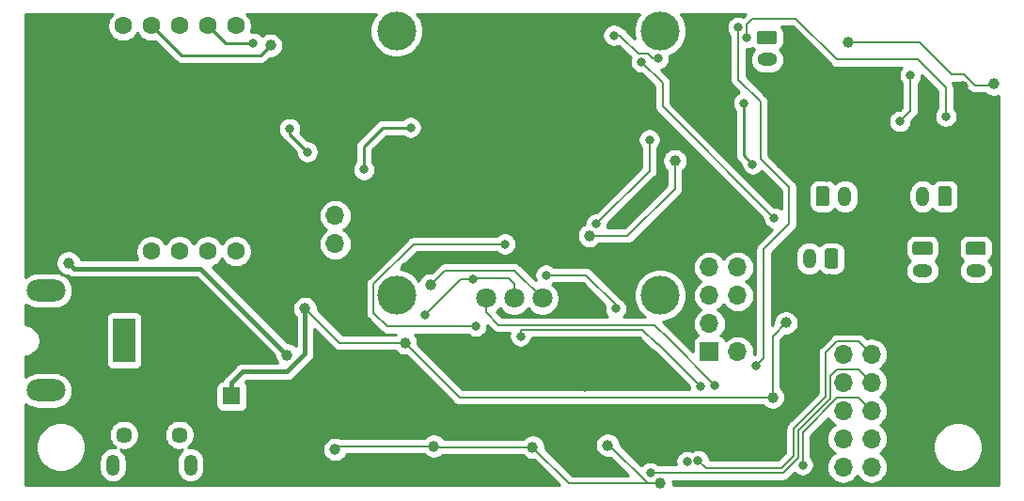
<source format=gbr>
G04 #@! TF.GenerationSoftware,KiCad,Pcbnew,(5.1.4-0-10_14)*
G04 #@! TF.CreationDate,2020-03-14T09:23:35+01:00*
G04 #@! TF.ProjectId,ArtnetNode,4172746e-6574-44e6-9f64-652e6b696361,rev?*
G04 #@! TF.SameCoordinates,Original*
G04 #@! TF.FileFunction,Copper,L2,Bot*
G04 #@! TF.FilePolarity,Positive*
%FSLAX46Y46*%
G04 Gerber Fmt 4.6, Leading zero omitted, Abs format (unit mm)*
G04 Created by KiCad (PCBNEW (5.1.4-0-10_14)) date 2020-03-14 09:23:35*
%MOMM*%
%LPD*%
G04 APERTURE LIST*
%ADD10O,1.800000X1.200000*%
%ADD11C,0.100000*%
%ADD12C,1.200000*%
%ADD13O,1.200000X1.800000*%
%ADD14C,1.600000*%
%ADD15R,1.600000X1.600000*%
%ADD16O,1.700000X1.700000*%
%ADD17R,1.700000X1.700000*%
%ADD18C,1.800000*%
%ADD19C,3.500000*%
%ADD20O,3.500000X2.000000*%
%ADD21O,2.000000X3.300000*%
%ADD22R,2.000000X4.000000*%
%ADD23O,1.200000X1.900000*%
%ADD24C,1.450000*%
%ADD25C,0.800000*%
%ADD26C,1.000000*%
%ADD27C,0.200000*%
%ADD28C,0.400000*%
%ADD29C,0.250000*%
%ADD30C,0.254000*%
G04 APERTURE END LIST*
D10*
X228000000Y-104100000D03*
D11*
G36*
X228674505Y-101501204D02*
G01*
X228698773Y-101504804D01*
X228722572Y-101510765D01*
X228745671Y-101519030D01*
X228767850Y-101529520D01*
X228788893Y-101542132D01*
X228808599Y-101556747D01*
X228826777Y-101573223D01*
X228843253Y-101591401D01*
X228857868Y-101611107D01*
X228870480Y-101632150D01*
X228880970Y-101654329D01*
X228889235Y-101677428D01*
X228895196Y-101701227D01*
X228898796Y-101725495D01*
X228900000Y-101749999D01*
X228900000Y-102450001D01*
X228898796Y-102474505D01*
X228895196Y-102498773D01*
X228889235Y-102522572D01*
X228880970Y-102545671D01*
X228870480Y-102567850D01*
X228857868Y-102588893D01*
X228843253Y-102608599D01*
X228826777Y-102626777D01*
X228808599Y-102643253D01*
X228788893Y-102657868D01*
X228767850Y-102670480D01*
X228745671Y-102680970D01*
X228722572Y-102689235D01*
X228698773Y-102695196D01*
X228674505Y-102698796D01*
X228650001Y-102700000D01*
X227349999Y-102700000D01*
X227325495Y-102698796D01*
X227301227Y-102695196D01*
X227277428Y-102689235D01*
X227254329Y-102680970D01*
X227232150Y-102670480D01*
X227211107Y-102657868D01*
X227191401Y-102643253D01*
X227173223Y-102626777D01*
X227156747Y-102608599D01*
X227142132Y-102588893D01*
X227129520Y-102567850D01*
X227119030Y-102545671D01*
X227110765Y-102522572D01*
X227104804Y-102498773D01*
X227101204Y-102474505D01*
X227100000Y-102450001D01*
X227100000Y-101749999D01*
X227101204Y-101725495D01*
X227104804Y-101701227D01*
X227110765Y-101677428D01*
X227119030Y-101654329D01*
X227129520Y-101632150D01*
X227142132Y-101611107D01*
X227156747Y-101591401D01*
X227173223Y-101573223D01*
X227191401Y-101556747D01*
X227211107Y-101542132D01*
X227232150Y-101529520D01*
X227254329Y-101519030D01*
X227277428Y-101510765D01*
X227301227Y-101504804D01*
X227325495Y-101501204D01*
X227349999Y-101500000D01*
X228650001Y-101500000D01*
X228674505Y-101501204D01*
X228674505Y-101501204D01*
G37*
D12*
X228000000Y-102100000D03*
D13*
X223200000Y-97400000D03*
D11*
G36*
X225574505Y-96501204D02*
G01*
X225598773Y-96504804D01*
X225622572Y-96510765D01*
X225645671Y-96519030D01*
X225667850Y-96529520D01*
X225688893Y-96542132D01*
X225708599Y-96556747D01*
X225726777Y-96573223D01*
X225743253Y-96591401D01*
X225757868Y-96611107D01*
X225770480Y-96632150D01*
X225780970Y-96654329D01*
X225789235Y-96677428D01*
X225795196Y-96701227D01*
X225798796Y-96725495D01*
X225800000Y-96749999D01*
X225800000Y-98050001D01*
X225798796Y-98074505D01*
X225795196Y-98098773D01*
X225789235Y-98122572D01*
X225780970Y-98145671D01*
X225770480Y-98167850D01*
X225757868Y-98188893D01*
X225743253Y-98208599D01*
X225726777Y-98226777D01*
X225708599Y-98243253D01*
X225688893Y-98257868D01*
X225667850Y-98270480D01*
X225645671Y-98280970D01*
X225622572Y-98289235D01*
X225598773Y-98295196D01*
X225574505Y-98298796D01*
X225550001Y-98300000D01*
X224849999Y-98300000D01*
X224825495Y-98298796D01*
X224801227Y-98295196D01*
X224777428Y-98289235D01*
X224754329Y-98280970D01*
X224732150Y-98270480D01*
X224711107Y-98257868D01*
X224691401Y-98243253D01*
X224673223Y-98226777D01*
X224656747Y-98208599D01*
X224642132Y-98188893D01*
X224629520Y-98167850D01*
X224619030Y-98145671D01*
X224610765Y-98122572D01*
X224604804Y-98098773D01*
X224601204Y-98074505D01*
X224600000Y-98050001D01*
X224600000Y-96749999D01*
X224601204Y-96725495D01*
X224604804Y-96701227D01*
X224610765Y-96677428D01*
X224619030Y-96654329D01*
X224629520Y-96632150D01*
X224642132Y-96611107D01*
X224656747Y-96591401D01*
X224673223Y-96573223D01*
X224691401Y-96556747D01*
X224711107Y-96542132D01*
X224732150Y-96529520D01*
X224754329Y-96519030D01*
X224777428Y-96510765D01*
X224801227Y-96504804D01*
X224825495Y-96501204D01*
X224849999Y-96500000D01*
X225550001Y-96500000D01*
X225574505Y-96501204D01*
X225574505Y-96501204D01*
G37*
D12*
X225200000Y-97400000D03*
D10*
X223200000Y-104100000D03*
D11*
G36*
X223874505Y-101501204D02*
G01*
X223898773Y-101504804D01*
X223922572Y-101510765D01*
X223945671Y-101519030D01*
X223967850Y-101529520D01*
X223988893Y-101542132D01*
X224008599Y-101556747D01*
X224026777Y-101573223D01*
X224043253Y-101591401D01*
X224057868Y-101611107D01*
X224070480Y-101632150D01*
X224080970Y-101654329D01*
X224089235Y-101677428D01*
X224095196Y-101701227D01*
X224098796Y-101725495D01*
X224100000Y-101749999D01*
X224100000Y-102450001D01*
X224098796Y-102474505D01*
X224095196Y-102498773D01*
X224089235Y-102522572D01*
X224080970Y-102545671D01*
X224070480Y-102567850D01*
X224057868Y-102588893D01*
X224043253Y-102608599D01*
X224026777Y-102626777D01*
X224008599Y-102643253D01*
X223988893Y-102657868D01*
X223967850Y-102670480D01*
X223945671Y-102680970D01*
X223922572Y-102689235D01*
X223898773Y-102695196D01*
X223874505Y-102698796D01*
X223850001Y-102700000D01*
X222549999Y-102700000D01*
X222525495Y-102698796D01*
X222501227Y-102695196D01*
X222477428Y-102689235D01*
X222454329Y-102680970D01*
X222432150Y-102670480D01*
X222411107Y-102657868D01*
X222391401Y-102643253D01*
X222373223Y-102626777D01*
X222356747Y-102608599D01*
X222342132Y-102588893D01*
X222329520Y-102567850D01*
X222319030Y-102545671D01*
X222310765Y-102522572D01*
X222304804Y-102498773D01*
X222301204Y-102474505D01*
X222300000Y-102450001D01*
X222300000Y-101749999D01*
X222301204Y-101725495D01*
X222304804Y-101701227D01*
X222310765Y-101677428D01*
X222319030Y-101654329D01*
X222329520Y-101632150D01*
X222342132Y-101611107D01*
X222356747Y-101591401D01*
X222373223Y-101573223D01*
X222391401Y-101556747D01*
X222411107Y-101542132D01*
X222432150Y-101529520D01*
X222454329Y-101519030D01*
X222477428Y-101510765D01*
X222501227Y-101504804D01*
X222525495Y-101501204D01*
X222549999Y-101500000D01*
X223850001Y-101500000D01*
X223874505Y-101501204D01*
X223874505Y-101501204D01*
G37*
D12*
X223200000Y-102100000D03*
D13*
X211000000Y-103000000D03*
X213000000Y-103000000D03*
D11*
G36*
X215374505Y-102101204D02*
G01*
X215398773Y-102104804D01*
X215422572Y-102110765D01*
X215445671Y-102119030D01*
X215467850Y-102129520D01*
X215488893Y-102142132D01*
X215508599Y-102156747D01*
X215526777Y-102173223D01*
X215543253Y-102191401D01*
X215557868Y-102211107D01*
X215570480Y-102232150D01*
X215580970Y-102254329D01*
X215589235Y-102277428D01*
X215595196Y-102301227D01*
X215598796Y-102325495D01*
X215600000Y-102349999D01*
X215600000Y-103650001D01*
X215598796Y-103674505D01*
X215595196Y-103698773D01*
X215589235Y-103722572D01*
X215580970Y-103745671D01*
X215570480Y-103767850D01*
X215557868Y-103788893D01*
X215543253Y-103808599D01*
X215526777Y-103826777D01*
X215508599Y-103843253D01*
X215488893Y-103857868D01*
X215467850Y-103870480D01*
X215445671Y-103880970D01*
X215422572Y-103889235D01*
X215398773Y-103895196D01*
X215374505Y-103898796D01*
X215350001Y-103900000D01*
X214649999Y-103900000D01*
X214625495Y-103898796D01*
X214601227Y-103895196D01*
X214577428Y-103889235D01*
X214554329Y-103880970D01*
X214532150Y-103870480D01*
X214511107Y-103857868D01*
X214491401Y-103843253D01*
X214473223Y-103826777D01*
X214456747Y-103808599D01*
X214442132Y-103788893D01*
X214429520Y-103767850D01*
X214419030Y-103745671D01*
X214410765Y-103722572D01*
X214404804Y-103698773D01*
X214401204Y-103674505D01*
X214400000Y-103650001D01*
X214400000Y-102349999D01*
X214401204Y-102325495D01*
X214404804Y-102301227D01*
X214410765Y-102277428D01*
X214419030Y-102254329D01*
X214429520Y-102232150D01*
X214442132Y-102211107D01*
X214456747Y-102191401D01*
X214473223Y-102173223D01*
X214491401Y-102156747D01*
X214511107Y-102142132D01*
X214532150Y-102129520D01*
X214554329Y-102119030D01*
X214577428Y-102110765D01*
X214601227Y-102104804D01*
X214625495Y-102101204D01*
X214649999Y-102100000D01*
X215350001Y-102100000D01*
X215374505Y-102101204D01*
X215374505Y-102101204D01*
G37*
D12*
X215000000Y-103000000D03*
D13*
X218200000Y-97400000D03*
X216200000Y-97400000D03*
D11*
G36*
X214574505Y-96501204D02*
G01*
X214598773Y-96504804D01*
X214622572Y-96510765D01*
X214645671Y-96519030D01*
X214667850Y-96529520D01*
X214688893Y-96542132D01*
X214708599Y-96556747D01*
X214726777Y-96573223D01*
X214743253Y-96591401D01*
X214757868Y-96611107D01*
X214770480Y-96632150D01*
X214780970Y-96654329D01*
X214789235Y-96677428D01*
X214795196Y-96701227D01*
X214798796Y-96725495D01*
X214800000Y-96749999D01*
X214800000Y-98050001D01*
X214798796Y-98074505D01*
X214795196Y-98098773D01*
X214789235Y-98122572D01*
X214780970Y-98145671D01*
X214770480Y-98167850D01*
X214757868Y-98188893D01*
X214743253Y-98208599D01*
X214726777Y-98226777D01*
X214708599Y-98243253D01*
X214688893Y-98257868D01*
X214667850Y-98270480D01*
X214645671Y-98280970D01*
X214622572Y-98289235D01*
X214598773Y-98295196D01*
X214574505Y-98298796D01*
X214550001Y-98300000D01*
X213849999Y-98300000D01*
X213825495Y-98298796D01*
X213801227Y-98295196D01*
X213777428Y-98289235D01*
X213754329Y-98280970D01*
X213732150Y-98270480D01*
X213711107Y-98257868D01*
X213691401Y-98243253D01*
X213673223Y-98226777D01*
X213656747Y-98208599D01*
X213642132Y-98188893D01*
X213629520Y-98167850D01*
X213619030Y-98145671D01*
X213610765Y-98122572D01*
X213604804Y-98098773D01*
X213601204Y-98074505D01*
X213600000Y-98050001D01*
X213600000Y-96749999D01*
X213601204Y-96725495D01*
X213604804Y-96701227D01*
X213610765Y-96677428D01*
X213619030Y-96654329D01*
X213629520Y-96632150D01*
X213642132Y-96611107D01*
X213656747Y-96591401D01*
X213673223Y-96573223D01*
X213691401Y-96556747D01*
X213711107Y-96542132D01*
X213732150Y-96529520D01*
X213754329Y-96519030D01*
X213777428Y-96510765D01*
X213801227Y-96504804D01*
X213825495Y-96501204D01*
X213849999Y-96500000D01*
X214550001Y-96500000D01*
X214574505Y-96501204D01*
X214574505Y-96501204D01*
G37*
D12*
X214200000Y-97400000D03*
D10*
X209200000Y-87100000D03*
X209200000Y-85100000D03*
D11*
G36*
X209874505Y-82501204D02*
G01*
X209898773Y-82504804D01*
X209922572Y-82510765D01*
X209945671Y-82519030D01*
X209967850Y-82529520D01*
X209988893Y-82542132D01*
X210008599Y-82556747D01*
X210026777Y-82573223D01*
X210043253Y-82591401D01*
X210057868Y-82611107D01*
X210070480Y-82632150D01*
X210080970Y-82654329D01*
X210089235Y-82677428D01*
X210095196Y-82701227D01*
X210098796Y-82725495D01*
X210100000Y-82749999D01*
X210100000Y-83450001D01*
X210098796Y-83474505D01*
X210095196Y-83498773D01*
X210089235Y-83522572D01*
X210080970Y-83545671D01*
X210070480Y-83567850D01*
X210057868Y-83588893D01*
X210043253Y-83608599D01*
X210026777Y-83626777D01*
X210008599Y-83643253D01*
X209988893Y-83657868D01*
X209967850Y-83670480D01*
X209945671Y-83680970D01*
X209922572Y-83689235D01*
X209898773Y-83695196D01*
X209874505Y-83698796D01*
X209850001Y-83700000D01*
X208549999Y-83700000D01*
X208525495Y-83698796D01*
X208501227Y-83695196D01*
X208477428Y-83689235D01*
X208454329Y-83680970D01*
X208432150Y-83670480D01*
X208411107Y-83657868D01*
X208391401Y-83643253D01*
X208373223Y-83626777D01*
X208356747Y-83608599D01*
X208342132Y-83588893D01*
X208329520Y-83567850D01*
X208319030Y-83545671D01*
X208310765Y-83522572D01*
X208304804Y-83498773D01*
X208301204Y-83474505D01*
X208300000Y-83450001D01*
X208300000Y-82749999D01*
X208301204Y-82725495D01*
X208304804Y-82701227D01*
X208310765Y-82677428D01*
X208319030Y-82654329D01*
X208329520Y-82632150D01*
X208342132Y-82611107D01*
X208356747Y-82591401D01*
X208373223Y-82573223D01*
X208391401Y-82556747D01*
X208411107Y-82542132D01*
X208432150Y-82529520D01*
X208454329Y-82519030D01*
X208477428Y-82510765D01*
X208501227Y-82504804D01*
X208525495Y-82501204D01*
X208549999Y-82500000D01*
X209850001Y-82500000D01*
X209874505Y-82501204D01*
X209874505Y-82501204D01*
G37*
D12*
X209200000Y-83100000D03*
D14*
X148700000Y-82040000D03*
X151240000Y-82040000D03*
X153780000Y-82040000D03*
X156320000Y-82040000D03*
X158860000Y-82040000D03*
X161400000Y-82040000D03*
X161400000Y-102360000D03*
X158860000Y-102360000D03*
X156320000Y-102360000D03*
X153780000Y-102360000D03*
X151240000Y-102360000D03*
D15*
X148700000Y-102360000D03*
D14*
X163500000Y-115400000D03*
D15*
X161000000Y-115400000D03*
D16*
X216060000Y-121800000D03*
X218600000Y-121800000D03*
X216060000Y-119260000D03*
X218600000Y-119260000D03*
X216060000Y-116720000D03*
X218600000Y-116720000D03*
X216060000Y-114180000D03*
X218600000Y-114180000D03*
X216060000Y-111640000D03*
X218600000Y-111640000D03*
X216060000Y-109100000D03*
D17*
X218600000Y-109100000D03*
D16*
X206540000Y-103800000D03*
X204000000Y-103800000D03*
X206540000Y-106340000D03*
X204000000Y-106340000D03*
X206540000Y-108880000D03*
X204000000Y-108880000D03*
X206540000Y-111420000D03*
D17*
X204000000Y-111420000D03*
D16*
X170300000Y-101680000D03*
X170300000Y-99140000D03*
D17*
X170300000Y-96600000D03*
D18*
X183890000Y-106600000D03*
X186430000Y-106600000D03*
X188970000Y-106600000D03*
D17*
X191510000Y-106600000D03*
D19*
X175828000Y-82500000D03*
X199572000Y-82500000D03*
X175828000Y-106298000D03*
X199572000Y-106300000D03*
D20*
X144300000Y-114900000D03*
X144300000Y-105900000D03*
D21*
X145300000Y-110400000D03*
D22*
X151300000Y-110400000D03*
D23*
X157300000Y-121600000D03*
X150300000Y-121600000D03*
D24*
X156300000Y-118900000D03*
X151300000Y-118900000D03*
D25*
X202000000Y-121300000D03*
X193500000Y-112300000D03*
X172800000Y-82000000D03*
X154900000Y-117400000D03*
X172400000Y-115400000D03*
X191600000Y-118200000D03*
X192800000Y-114600000D03*
X176600000Y-103800000D03*
X202500000Y-83500000D03*
X219000000Y-86400000D03*
X219800000Y-96100000D03*
X220300000Y-93000000D03*
X215300000Y-91400000D03*
X214600000Y-95700000D03*
X210400000Y-94500000D03*
X205200000Y-97400000D03*
X228100000Y-93900000D03*
D26*
X226800000Y-87500000D03*
D25*
X206000000Y-87800000D03*
X214300000Y-109300000D03*
X214800000Y-104800000D03*
D26*
X204600000Y-117200000D03*
X195000000Y-84600000D03*
D25*
X196600000Y-104200000D03*
X197400000Y-116600000D03*
D26*
X229600000Y-87300000D03*
X216500000Y-83500000D03*
X176600000Y-110600000D03*
X167600000Y-107500000D03*
X209700000Y-115500000D03*
X210900000Y-108800000D03*
D25*
X185600000Y-101700000D03*
X183000000Y-109100000D03*
X204500000Y-114400000D03*
X203200000Y-114500000D03*
X187000000Y-110000000D03*
X182700000Y-104900000D03*
X178400000Y-108100000D03*
X207100000Y-88999990D03*
X207900000Y-94500000D03*
X198600000Y-92300000D03*
X193800000Y-99900000D03*
D26*
X146300000Y-103400000D03*
X166000000Y-111700000D03*
X164500000Y-83800000D03*
X193217228Y-100948990D03*
X200900000Y-94200000D03*
X199600000Y-123275000D03*
X194863187Y-119820000D03*
X188100000Y-120000000D03*
X179200000Y-119900000D03*
X170300000Y-120200000D03*
X178900000Y-105400000D03*
D25*
X197900000Y-85300000D03*
X209850000Y-99350000D03*
X189300000Y-104500000D03*
X195572154Y-107527846D03*
X212400000Y-121600000D03*
X206594975Y-82200000D03*
X208200000Y-112700000D03*
X221149942Y-90656061D03*
X222100000Y-86500000D03*
X166200000Y-91300000D03*
X167800000Y-93400000D03*
X172900000Y-95000000D03*
X177100000Y-91200000D03*
X162900000Y-83600000D03*
X195400000Y-82900000D03*
X199400000Y-85000000D03*
X207400000Y-83100000D03*
X225300000Y-90200000D03*
X198700000Y-122300000D03*
X203000000Y-121200000D03*
D27*
X222939998Y-83500000D02*
X216500000Y-83500000D01*
D28*
X161000000Y-114200000D02*
X162000000Y-113200000D01*
X161000000Y-115400000D02*
X161000000Y-114200000D01*
X167600000Y-111580002D02*
X167600000Y-108207106D01*
X167600000Y-108207106D02*
X167600000Y-107500000D01*
X165980002Y-113200000D02*
X167600000Y-111580002D01*
X162000000Y-113200000D02*
X165980002Y-113200000D01*
D27*
X176600000Y-110600000D02*
X170700000Y-110600000D01*
X170700000Y-110600000D02*
X167600000Y-107500000D01*
X181500000Y-115500000D02*
X176600000Y-110600000D01*
X209700000Y-115500000D02*
X181500000Y-115500000D01*
X209700000Y-110000000D02*
X210900000Y-108800000D01*
X209700000Y-115500000D02*
X209700000Y-110000000D01*
X229200000Y-87400000D02*
X227900000Y-87400000D01*
X227900000Y-87400000D02*
X226900000Y-86400000D01*
X225839998Y-86400000D02*
X222939998Y-83500000D01*
X226900000Y-86400000D02*
X225839998Y-86400000D01*
X173777999Y-105313999D02*
X173777999Y-107877999D01*
X177391998Y-101700000D02*
X173777999Y-105313999D01*
X185600000Y-101700000D02*
X177391998Y-101700000D01*
X175000000Y-109100000D02*
X183000000Y-109100000D01*
X173777999Y-107877999D02*
X175000000Y-109100000D01*
X200400000Y-110300000D02*
X204500000Y-114400000D01*
X185017209Y-109000001D02*
X199100000Y-109000000D01*
X183890000Y-107872792D02*
X185017209Y-109000001D01*
X199100000Y-109000000D02*
X200400000Y-110300000D01*
X183890000Y-106600000D02*
X183890000Y-107872792D01*
X203200000Y-114500000D02*
X199400010Y-110700010D01*
X199300010Y-110700010D02*
X198000010Y-109400009D01*
X199400010Y-110700010D02*
X199300010Y-110700010D01*
X187034306Y-109400009D02*
X187799991Y-109400009D01*
X187000000Y-110000000D02*
X187000000Y-109434315D01*
X187000000Y-109434315D02*
X187034306Y-109400009D01*
X198000010Y-109400009D02*
X187799991Y-109400009D01*
X186430000Y-105327208D02*
X185902792Y-104800000D01*
X186430000Y-106600000D02*
X186430000Y-105327208D01*
X182800000Y-104800000D02*
X182700000Y-104900000D01*
X185902792Y-104800000D02*
X182800000Y-104800000D01*
X181600000Y-104900000D02*
X182700000Y-104900000D01*
X178400000Y-108100000D02*
X181600000Y-104900000D01*
D29*
X207100000Y-93700000D02*
X207900000Y-94500000D01*
X207100000Y-88999990D02*
X207100000Y-93700000D01*
D27*
X198600000Y-95100000D02*
X193800000Y-99900000D01*
X198600000Y-92300000D02*
X198600000Y-95100000D01*
D28*
X158199999Y-103899999D02*
X166000000Y-111700000D01*
X146799999Y-103899999D02*
X158199999Y-103899999D01*
X146300000Y-103400000D02*
X146799999Y-103899999D01*
D29*
X153780000Y-82040000D02*
X156440000Y-84700000D01*
X163600000Y-84700000D02*
X164500000Y-83800000D01*
X156440000Y-84700000D02*
X163600000Y-84700000D01*
D27*
X196651010Y-100948990D02*
X200900000Y-96700000D01*
X200900000Y-96700000D02*
X200900000Y-94200000D01*
X193217228Y-100948990D02*
X196651010Y-100948990D01*
X195035998Y-119820000D02*
X194863187Y-119820000D01*
X198490998Y-123275000D02*
X195035998Y-119820000D01*
X199600000Y-123275000D02*
X198490998Y-123275000D01*
X191375000Y-123275000D02*
X188100000Y-120000000D01*
X198490998Y-123275000D02*
X191375000Y-123275000D01*
X179300000Y-120000000D02*
X179200000Y-119900000D01*
X188100000Y-120000000D02*
X179300000Y-120000000D01*
X170600000Y-119900000D02*
X170300000Y-120200000D01*
X179200000Y-119900000D02*
X170600000Y-119900000D01*
X180200001Y-104099999D02*
X178900000Y-105400000D01*
X186469999Y-104099999D02*
X180200001Y-104099999D01*
X188970000Y-106600000D02*
X186469999Y-104099999D01*
X209850000Y-99350000D02*
X199800000Y-89300000D01*
X199800000Y-87200000D02*
X197900000Y-85300000D01*
X199800000Y-89300000D02*
X199800000Y-87200000D01*
X191830002Y-104500000D02*
X189300000Y-104500000D01*
X191830002Y-104500000D02*
X192900000Y-104500000D01*
X195572154Y-107172154D02*
X195572154Y-107527846D01*
X192900000Y-104500000D02*
X195572154Y-107172154D01*
X217449999Y-115569999D02*
X217750001Y-115870001D01*
X215507999Y-115569999D02*
X217449999Y-115569999D01*
X212400000Y-118677998D02*
X215507999Y-115569999D01*
X217750001Y-115870001D02*
X218600000Y-116720000D01*
X212400000Y-121600000D02*
X212400000Y-118677998D01*
X206594975Y-82200000D02*
X206594975Y-86894975D01*
X206594975Y-86894975D02*
X208600000Y-88900000D01*
X208600000Y-88900000D02*
X208600000Y-94000000D01*
X208600000Y-94000000D02*
X211200000Y-96600000D01*
X211200000Y-96600000D02*
X211200000Y-99900000D01*
X211200000Y-99900000D02*
X208900000Y-102200000D01*
X208900000Y-111500000D02*
X208900000Y-112000000D01*
X208900000Y-112000000D02*
X208200000Y-112700000D01*
X208900000Y-102200000D02*
X208900000Y-111500000D01*
X222100000Y-89706003D02*
X222100000Y-86500000D01*
X221149942Y-90656061D02*
X222100000Y-89706003D01*
D29*
X166200000Y-91800000D02*
X166200000Y-91300000D01*
X167800000Y-93400000D02*
X166200000Y-91800000D01*
X172900000Y-95000000D02*
X172900000Y-92900000D01*
X174600000Y-91200000D02*
X177100000Y-91200000D01*
X172900000Y-92900000D02*
X174600000Y-91200000D01*
X162900000Y-83600000D02*
X160420000Y-83600000D01*
X160420000Y-83600000D02*
X158860000Y-82040000D01*
D27*
X197615686Y-84550001D02*
X195965685Y-82900000D01*
X198450001Y-84550001D02*
X197615686Y-84550001D01*
X198900000Y-85000000D02*
X198450001Y-84550001D01*
X195965685Y-82900000D02*
X195400000Y-82900000D01*
X199400000Y-85000000D02*
X198900000Y-85000000D01*
X207400000Y-83100000D02*
X207400000Y-81900000D01*
X207400000Y-81900000D02*
X207900000Y-81400000D01*
X207900000Y-81400000D02*
X211800000Y-81400000D01*
X211800000Y-81400000D02*
X215500000Y-85100000D01*
X215500000Y-85100000D02*
X221736002Y-85100000D01*
X221736002Y-85100000D02*
X222800000Y-85100000D01*
X225300000Y-87600000D02*
X225300000Y-90200000D01*
X222800000Y-85100000D02*
X225300000Y-87600000D01*
X217750001Y-113330001D02*
X218600000Y-114180000D01*
X215507999Y-113029999D02*
X217449999Y-113029999D01*
X217449999Y-113029999D02*
X217750001Y-113330001D01*
X214909999Y-113627999D02*
X215507999Y-113029999D01*
X212012289Y-118500010D02*
X214909999Y-115602300D01*
X211999990Y-118500010D02*
X212012289Y-118500010D01*
X211999990Y-120964008D02*
X211999990Y-118500010D01*
X214909999Y-115602300D02*
X214909999Y-113627999D01*
X210663998Y-122300000D02*
X211999990Y-120964008D01*
X198700000Y-122300000D02*
X210663998Y-122300000D01*
X208900000Y-121900000D02*
X210498300Y-121900000D01*
X208899990Y-121899990D02*
X208900000Y-121900000D01*
X210498300Y-121900000D02*
X211599980Y-120798320D01*
X211834301Y-118100000D02*
X211846601Y-118100000D01*
X211599980Y-118334321D02*
X211834301Y-118100000D01*
X211599980Y-120798320D02*
X211599980Y-118334321D01*
X217750001Y-110790001D02*
X218600000Y-111640000D01*
X217449999Y-110489999D02*
X217750001Y-110790001D01*
X215507999Y-110489999D02*
X217449999Y-110489999D01*
X214509989Y-115436612D02*
X214509989Y-111488009D01*
X214509989Y-111488009D02*
X215507999Y-110489999D01*
X211846601Y-118100000D02*
X214509989Y-115436612D01*
X203700000Y-121900000D02*
X203000000Y-121200000D01*
X208900000Y-121900000D02*
X203700000Y-121900000D01*
D30*
G36*
X150125363Y-81125241D02*
G01*
X149968320Y-81360273D01*
X149860147Y-81621426D01*
X149805000Y-81898665D01*
X149805000Y-82181335D01*
X149860147Y-82458574D01*
X149968320Y-82719727D01*
X150125363Y-82954759D01*
X150325241Y-83154637D01*
X150560273Y-83311680D01*
X150821426Y-83419853D01*
X151098665Y-83475000D01*
X151381335Y-83475000D01*
X151658574Y-83419853D01*
X151919727Y-83311680D01*
X152154759Y-83154637D01*
X152354637Y-82954759D01*
X152510000Y-82722241D01*
X152665363Y-82954759D01*
X152865241Y-83154637D01*
X153100273Y-83311680D01*
X153361426Y-83419853D01*
X153638665Y-83475000D01*
X153921335Y-83475000D01*
X154103886Y-83438688D01*
X155876201Y-85211003D01*
X155899999Y-85240001D01*
X155928997Y-85263799D01*
X156015723Y-85334974D01*
X156104886Y-85382633D01*
X156147753Y-85405546D01*
X156291014Y-85449003D01*
X156402667Y-85460000D01*
X156402676Y-85460000D01*
X156439999Y-85463676D01*
X156477322Y-85460000D01*
X163562678Y-85460000D01*
X163600000Y-85463676D01*
X163637322Y-85460000D01*
X163637333Y-85460000D01*
X163748986Y-85449003D01*
X163892247Y-85405546D01*
X164024276Y-85334974D01*
X164140001Y-85240001D01*
X164163803Y-85210998D01*
X164439801Y-84935000D01*
X164611788Y-84935000D01*
X164831067Y-84891383D01*
X165037624Y-84805824D01*
X165223520Y-84681612D01*
X165381612Y-84523520D01*
X165505824Y-84337624D01*
X165591383Y-84131067D01*
X165635000Y-83911788D01*
X165635000Y-83688212D01*
X165591383Y-83468933D01*
X165505824Y-83262376D01*
X165381612Y-83076480D01*
X165223520Y-82918388D01*
X165037624Y-82794176D01*
X164831067Y-82708617D01*
X164611788Y-82665000D01*
X164388212Y-82665000D01*
X164168933Y-82708617D01*
X163962376Y-82794176D01*
X163776480Y-82918388D01*
X163724247Y-82970621D01*
X163703937Y-82940226D01*
X163559774Y-82796063D01*
X163390256Y-82682795D01*
X163201898Y-82604774D01*
X163001939Y-82565000D01*
X162798061Y-82565000D01*
X162730177Y-82578503D01*
X162779853Y-82458574D01*
X162835000Y-82181335D01*
X162835000Y-81898665D01*
X162779853Y-81621426D01*
X162671680Y-81360273D01*
X162514637Y-81125241D01*
X162349396Y-80960000D01*
X173995101Y-80960000D01*
X173975450Y-80979651D01*
X173714440Y-81370279D01*
X173534654Y-81804321D01*
X173443000Y-82265098D01*
X173443000Y-82734902D01*
X173534654Y-83195679D01*
X173714440Y-83629721D01*
X173975450Y-84020349D01*
X174307651Y-84352550D01*
X174698279Y-84613560D01*
X175132321Y-84793346D01*
X175593098Y-84885000D01*
X176062902Y-84885000D01*
X176523679Y-84793346D01*
X176957721Y-84613560D01*
X177348349Y-84352550D01*
X177680550Y-84020349D01*
X177941560Y-83629721D01*
X178121346Y-83195679D01*
X178213000Y-82734902D01*
X178213000Y-82265098D01*
X178121346Y-81804321D01*
X177941560Y-81370279D01*
X177680550Y-80979651D01*
X177660899Y-80960000D01*
X197739101Y-80960000D01*
X197719450Y-80979651D01*
X197458440Y-81370279D01*
X197278654Y-81804321D01*
X197187000Y-82265098D01*
X197187000Y-82734902D01*
X197273153Y-83168021D01*
X196510943Y-82405812D01*
X196487923Y-82377762D01*
X196376005Y-82285913D01*
X196248318Y-82217663D01*
X196152224Y-82188513D01*
X196059774Y-82096063D01*
X195890256Y-81982795D01*
X195701898Y-81904774D01*
X195501939Y-81865000D01*
X195298061Y-81865000D01*
X195098102Y-81904774D01*
X194909744Y-81982795D01*
X194740226Y-82096063D01*
X194596063Y-82240226D01*
X194482795Y-82409744D01*
X194404774Y-82598102D01*
X194365000Y-82798061D01*
X194365000Y-83001939D01*
X194404774Y-83201898D01*
X194482795Y-83390256D01*
X194596063Y-83559774D01*
X194740226Y-83703937D01*
X194909744Y-83817205D01*
X195098102Y-83895226D01*
X195298061Y-83935000D01*
X195501939Y-83935000D01*
X195701898Y-83895226D01*
X195857155Y-83830916D01*
X196939794Y-84913556D01*
X196904774Y-84998102D01*
X196865000Y-85198061D01*
X196865000Y-85401939D01*
X196904774Y-85601898D01*
X196982795Y-85790256D01*
X197096063Y-85959774D01*
X197240226Y-86103937D01*
X197409744Y-86217205D01*
X197598102Y-86295226D01*
X197798061Y-86335000D01*
X197895554Y-86335000D01*
X199065001Y-87504448D01*
X199065000Y-89263895D01*
X199061444Y-89300000D01*
X199075635Y-89444085D01*
X199088384Y-89486113D01*
X199117663Y-89582632D01*
X199185913Y-89710319D01*
X199277762Y-89822237D01*
X199305808Y-89845254D01*
X208815000Y-99354447D01*
X208815000Y-99451939D01*
X208854774Y-99651898D01*
X208932795Y-99840256D01*
X209046063Y-100009774D01*
X209190226Y-100153937D01*
X209359744Y-100267205D01*
X209548102Y-100345226D01*
X209687583Y-100372970D01*
X208405808Y-101654746D01*
X208377762Y-101677763D01*
X208285913Y-101789681D01*
X208217663Y-101917368D01*
X208197865Y-101982633D01*
X208175635Y-102055915D01*
X208161444Y-102200000D01*
X208165000Y-102236105D01*
X208165001Y-111463886D01*
X208165000Y-111463896D01*
X208165000Y-111665000D01*
X208098061Y-111665000D01*
X208006256Y-111683261D01*
X208032185Y-111420000D01*
X208003513Y-111128889D01*
X207918599Y-110848966D01*
X207780706Y-110590986D01*
X207595134Y-110364866D01*
X207369014Y-110179294D01*
X207111034Y-110041401D01*
X206831111Y-109956487D01*
X206612950Y-109935000D01*
X206467050Y-109935000D01*
X206248889Y-109956487D01*
X205968966Y-110041401D01*
X205710986Y-110179294D01*
X205484866Y-110364866D01*
X205460393Y-110394687D01*
X205439502Y-110325820D01*
X205380537Y-110215506D01*
X205301185Y-110118815D01*
X205204494Y-110039463D01*
X205094180Y-109980498D01*
X205025313Y-109959607D01*
X205055134Y-109935134D01*
X205240706Y-109709014D01*
X205378599Y-109451034D01*
X205463513Y-109171111D01*
X205492185Y-108880000D01*
X205463513Y-108588889D01*
X205378599Y-108308966D01*
X205240706Y-108050986D01*
X205055134Y-107824866D01*
X204829014Y-107639294D01*
X204774209Y-107610000D01*
X204829014Y-107580706D01*
X205055134Y-107395134D01*
X205240706Y-107169014D01*
X205270000Y-107114209D01*
X205299294Y-107169014D01*
X205484866Y-107395134D01*
X205710986Y-107580706D01*
X205968966Y-107718599D01*
X206248889Y-107803513D01*
X206467050Y-107825000D01*
X206612950Y-107825000D01*
X206831111Y-107803513D01*
X207111034Y-107718599D01*
X207369014Y-107580706D01*
X207595134Y-107395134D01*
X207780706Y-107169014D01*
X207918599Y-106911034D01*
X208003513Y-106631111D01*
X208032185Y-106340000D01*
X208003513Y-106048889D01*
X207918599Y-105768966D01*
X207780706Y-105510986D01*
X207595134Y-105284866D01*
X207369014Y-105099294D01*
X207314209Y-105070000D01*
X207369014Y-105040706D01*
X207595134Y-104855134D01*
X207780706Y-104629014D01*
X207918599Y-104371034D01*
X208003513Y-104091111D01*
X208032185Y-103800000D01*
X208003513Y-103508889D01*
X207918599Y-103228966D01*
X207780706Y-102970986D01*
X207595134Y-102744866D01*
X207369014Y-102559294D01*
X207111034Y-102421401D01*
X206831111Y-102336487D01*
X206612950Y-102315000D01*
X206467050Y-102315000D01*
X206248889Y-102336487D01*
X205968966Y-102421401D01*
X205710986Y-102559294D01*
X205484866Y-102744866D01*
X205299294Y-102970986D01*
X205270000Y-103025791D01*
X205240706Y-102970986D01*
X205055134Y-102744866D01*
X204829014Y-102559294D01*
X204571034Y-102421401D01*
X204291111Y-102336487D01*
X204072950Y-102315000D01*
X203927050Y-102315000D01*
X203708889Y-102336487D01*
X203428966Y-102421401D01*
X203170986Y-102559294D01*
X202944866Y-102744866D01*
X202759294Y-102970986D01*
X202621401Y-103228966D01*
X202536487Y-103508889D01*
X202507815Y-103800000D01*
X202536487Y-104091111D01*
X202621401Y-104371034D01*
X202759294Y-104629014D01*
X202944866Y-104855134D01*
X203170986Y-105040706D01*
X203225791Y-105070000D01*
X203170986Y-105099294D01*
X202944866Y-105284866D01*
X202759294Y-105510986D01*
X202621401Y-105768966D01*
X202536487Y-106048889D01*
X202507815Y-106340000D01*
X202536487Y-106631111D01*
X202621401Y-106911034D01*
X202759294Y-107169014D01*
X202944866Y-107395134D01*
X203170986Y-107580706D01*
X203225791Y-107610000D01*
X203170986Y-107639294D01*
X202944866Y-107824866D01*
X202759294Y-108050986D01*
X202621401Y-108308966D01*
X202536487Y-108588889D01*
X202507815Y-108880000D01*
X202536487Y-109171111D01*
X202621401Y-109451034D01*
X202759294Y-109709014D01*
X202944866Y-109935134D01*
X202974687Y-109959607D01*
X202905820Y-109980498D01*
X202795506Y-110039463D01*
X202698815Y-110118815D01*
X202619463Y-110215506D01*
X202560498Y-110325820D01*
X202524188Y-110445518D01*
X202511928Y-110570000D01*
X202511928Y-111372482D01*
X200945258Y-109805812D01*
X200945253Y-109805806D01*
X199821535Y-108682089D01*
X200267679Y-108593346D01*
X200701721Y-108413560D01*
X201092349Y-108152550D01*
X201424550Y-107820349D01*
X201685560Y-107429721D01*
X201865346Y-106995679D01*
X201957000Y-106534902D01*
X201957000Y-106065098D01*
X201865346Y-105604321D01*
X201685560Y-105170279D01*
X201424550Y-104779651D01*
X201092349Y-104447450D01*
X200701721Y-104186440D01*
X200267679Y-104006654D01*
X199806902Y-103915000D01*
X199337098Y-103915000D01*
X198876321Y-104006654D01*
X198442279Y-104186440D01*
X198051651Y-104447450D01*
X197719450Y-104779651D01*
X197458440Y-105170279D01*
X197278654Y-105604321D01*
X197187000Y-106065098D01*
X197187000Y-106534902D01*
X197278654Y-106995679D01*
X197458440Y-107429721D01*
X197719450Y-107820349D01*
X198051651Y-108152550D01*
X198219944Y-108265000D01*
X196298711Y-108265000D01*
X196376091Y-108187620D01*
X196489359Y-108018102D01*
X196567380Y-107829744D01*
X196607154Y-107629785D01*
X196607154Y-107425907D01*
X196567380Y-107225948D01*
X196489359Y-107037590D01*
X196376091Y-106868072D01*
X196231928Y-106723909D01*
X196062410Y-106610641D01*
X196041375Y-106601928D01*
X193445259Y-104005812D01*
X193422238Y-103977762D01*
X193310320Y-103885913D01*
X193182633Y-103817663D01*
X193044085Y-103775635D01*
X192936105Y-103765000D01*
X192900000Y-103761444D01*
X192863895Y-103765000D01*
X190028711Y-103765000D01*
X189959774Y-103696063D01*
X189790256Y-103582795D01*
X189601898Y-103504774D01*
X189401939Y-103465000D01*
X189198061Y-103465000D01*
X188998102Y-103504774D01*
X188809744Y-103582795D01*
X188640226Y-103696063D01*
X188496063Y-103840226D01*
X188382795Y-104009744D01*
X188304774Y-104198102D01*
X188265000Y-104398061D01*
X188265000Y-104601939D01*
X188304774Y-104801898D01*
X188370839Y-104961393D01*
X187015258Y-103605811D01*
X186992237Y-103577761D01*
X186880319Y-103485912D01*
X186752632Y-103417662D01*
X186614084Y-103375634D01*
X186506104Y-103364999D01*
X186469999Y-103361443D01*
X186433894Y-103364999D01*
X180236105Y-103364999D01*
X180200000Y-103361443D01*
X180055915Y-103375634D01*
X180013887Y-103388383D01*
X179917368Y-103417662D01*
X179789681Y-103485912D01*
X179677763Y-103577761D01*
X179654747Y-103605806D01*
X178995554Y-104265000D01*
X178788212Y-104265000D01*
X178568933Y-104308617D01*
X178362376Y-104394176D01*
X178176480Y-104518388D01*
X178018388Y-104676480D01*
X177894176Y-104862376D01*
X177834089Y-105007438D01*
X177680550Y-104777651D01*
X177348349Y-104445450D01*
X176957721Y-104184440D01*
X176523679Y-104004654D01*
X176192638Y-103938806D01*
X177696445Y-102435000D01*
X184871289Y-102435000D01*
X184940226Y-102503937D01*
X185109744Y-102617205D01*
X185298102Y-102695226D01*
X185498061Y-102735000D01*
X185701939Y-102735000D01*
X185901898Y-102695226D01*
X186090256Y-102617205D01*
X186259774Y-102503937D01*
X186403937Y-102359774D01*
X186517205Y-102190256D01*
X186595226Y-102001898D01*
X186635000Y-101801939D01*
X186635000Y-101598061D01*
X186595226Y-101398102D01*
X186517205Y-101209744D01*
X186403937Y-101040226D01*
X186259774Y-100896063D01*
X186171683Y-100837202D01*
X192082228Y-100837202D01*
X192082228Y-101060778D01*
X192125845Y-101280057D01*
X192211404Y-101486614D01*
X192335616Y-101672510D01*
X192493708Y-101830602D01*
X192679604Y-101954814D01*
X192886161Y-102040373D01*
X193105440Y-102083990D01*
X193329016Y-102083990D01*
X193548295Y-102040373D01*
X193754852Y-101954814D01*
X193940748Y-101830602D01*
X194087360Y-101683990D01*
X196614905Y-101683990D01*
X196651010Y-101687546D01*
X196687115Y-101683990D01*
X196795095Y-101673355D01*
X196933643Y-101631327D01*
X197061330Y-101563077D01*
X197173248Y-101471228D01*
X197196269Y-101443177D01*
X201394197Y-97245250D01*
X201422237Y-97222238D01*
X201445250Y-97194197D01*
X201445253Y-97194194D01*
X201514086Y-97110321D01*
X201514087Y-97110320D01*
X201582337Y-96982633D01*
X201624365Y-96844085D01*
X201635000Y-96736105D01*
X201635000Y-96736096D01*
X201638555Y-96700001D01*
X201635000Y-96663906D01*
X201635000Y-95070132D01*
X201781612Y-94923520D01*
X201905824Y-94737624D01*
X201991383Y-94531067D01*
X202035000Y-94311788D01*
X202035000Y-94088212D01*
X201991383Y-93868933D01*
X201905824Y-93662376D01*
X201781612Y-93476480D01*
X201623520Y-93318388D01*
X201437624Y-93194176D01*
X201231067Y-93108617D01*
X201011788Y-93065000D01*
X200788212Y-93065000D01*
X200568933Y-93108617D01*
X200362376Y-93194176D01*
X200176480Y-93318388D01*
X200018388Y-93476480D01*
X199894176Y-93662376D01*
X199808617Y-93868933D01*
X199765000Y-94088212D01*
X199765000Y-94311788D01*
X199808617Y-94531067D01*
X199894176Y-94737624D01*
X200018388Y-94923520D01*
X200165001Y-95070133D01*
X200165000Y-96395553D01*
X196346564Y-100213990D01*
X194790217Y-100213990D01*
X194795226Y-100201898D01*
X194835000Y-100001939D01*
X194835000Y-99904446D01*
X199094193Y-95645254D01*
X199122238Y-95622238D01*
X199214087Y-95510320D01*
X199282337Y-95382633D01*
X199318422Y-95263676D01*
X199324365Y-95244086D01*
X199328161Y-95205546D01*
X199335000Y-95136105D01*
X199335000Y-95136098D01*
X199338555Y-95100001D01*
X199335000Y-95063904D01*
X199335000Y-93028711D01*
X199403937Y-92959774D01*
X199517205Y-92790256D01*
X199595226Y-92601898D01*
X199635000Y-92401939D01*
X199635000Y-92198061D01*
X199595226Y-91998102D01*
X199517205Y-91809744D01*
X199403937Y-91640226D01*
X199259774Y-91496063D01*
X199090256Y-91382795D01*
X198901898Y-91304774D01*
X198701939Y-91265000D01*
X198498061Y-91265000D01*
X198298102Y-91304774D01*
X198109744Y-91382795D01*
X197940226Y-91496063D01*
X197796063Y-91640226D01*
X197682795Y-91809744D01*
X197604774Y-91998102D01*
X197565000Y-92198061D01*
X197565000Y-92401939D01*
X197604774Y-92601898D01*
X197682795Y-92790256D01*
X197796063Y-92959774D01*
X197865000Y-93028711D01*
X197865001Y-94795552D01*
X193795554Y-98865000D01*
X193698061Y-98865000D01*
X193498102Y-98904774D01*
X193309744Y-98982795D01*
X193140226Y-99096063D01*
X192996063Y-99240226D01*
X192882795Y-99409744D01*
X192804774Y-99598102D01*
X192765000Y-99798061D01*
X192765000Y-99907794D01*
X192679604Y-99943166D01*
X192493708Y-100067378D01*
X192335616Y-100225470D01*
X192211404Y-100411366D01*
X192125845Y-100617923D01*
X192082228Y-100837202D01*
X186171683Y-100837202D01*
X186090256Y-100782795D01*
X185901898Y-100704774D01*
X185701939Y-100665000D01*
X185498061Y-100665000D01*
X185298102Y-100704774D01*
X185109744Y-100782795D01*
X184940226Y-100896063D01*
X184871289Y-100965000D01*
X177428092Y-100965000D01*
X177391997Y-100961445D01*
X177355902Y-100965000D01*
X177355893Y-100965000D01*
X177247913Y-100975635D01*
X177109365Y-101017663D01*
X176981678Y-101085913D01*
X176869760Y-101177762D01*
X176846744Y-101205807D01*
X173283807Y-104768745D01*
X173255761Y-104791762D01*
X173163912Y-104903680D01*
X173095662Y-105031367D01*
X173066383Y-105127886D01*
X173053634Y-105169914D01*
X173039443Y-105313999D01*
X173042999Y-105350104D01*
X173043000Y-107841884D01*
X173039443Y-107877999D01*
X173053634Y-108022084D01*
X173089991Y-108141933D01*
X173095663Y-108160632D01*
X173163913Y-108288319D01*
X173255762Y-108400237D01*
X173283807Y-108423253D01*
X174454746Y-109594193D01*
X174477762Y-109622238D01*
X174589680Y-109714087D01*
X174717367Y-109782337D01*
X174855915Y-109824365D01*
X174963895Y-109835000D01*
X174963904Y-109835000D01*
X174999999Y-109838555D01*
X175036094Y-109835000D01*
X175759868Y-109835000D01*
X175729868Y-109865000D01*
X171004447Y-109865000D01*
X168735000Y-107595554D01*
X168735000Y-107388212D01*
X168691383Y-107168933D01*
X168605824Y-106962376D01*
X168481612Y-106776480D01*
X168323520Y-106618388D01*
X168137624Y-106494176D01*
X167931067Y-106408617D01*
X167711788Y-106365000D01*
X167488212Y-106365000D01*
X167268933Y-106408617D01*
X167062376Y-106494176D01*
X166876480Y-106618388D01*
X166718388Y-106776480D01*
X166594176Y-106962376D01*
X166508617Y-107168933D01*
X166465000Y-107388212D01*
X166465000Y-107611788D01*
X166508617Y-107831067D01*
X166594176Y-108037624D01*
X166718388Y-108223520D01*
X166765001Y-108270133D01*
X166765000Y-110859868D01*
X166723520Y-110818388D01*
X166537624Y-110694176D01*
X166331067Y-110608617D01*
X166111788Y-110565000D01*
X166045868Y-110565000D01*
X159230319Y-103749452D01*
X159278574Y-103739853D01*
X159539727Y-103631680D01*
X159774759Y-103474637D01*
X159974637Y-103274759D01*
X160130000Y-103042241D01*
X160285363Y-103274759D01*
X160485241Y-103474637D01*
X160720273Y-103631680D01*
X160981426Y-103739853D01*
X161258665Y-103795000D01*
X161541335Y-103795000D01*
X161818574Y-103739853D01*
X162079727Y-103631680D01*
X162314759Y-103474637D01*
X162514637Y-103274759D01*
X162671680Y-103039727D01*
X162779853Y-102778574D01*
X162835000Y-102501335D01*
X162835000Y-102218665D01*
X162779853Y-101941426D01*
X162671680Y-101680273D01*
X162514637Y-101445241D01*
X162314759Y-101245363D01*
X162079727Y-101088320D01*
X161818574Y-100980147D01*
X161541335Y-100925000D01*
X161258665Y-100925000D01*
X160981426Y-100980147D01*
X160720273Y-101088320D01*
X160485241Y-101245363D01*
X160285363Y-101445241D01*
X160130000Y-101677759D01*
X159974637Y-101445241D01*
X159774759Y-101245363D01*
X159539727Y-101088320D01*
X159278574Y-100980147D01*
X159001335Y-100925000D01*
X158718665Y-100925000D01*
X158441426Y-100980147D01*
X158180273Y-101088320D01*
X157945241Y-101245363D01*
X157745363Y-101445241D01*
X157590000Y-101677759D01*
X157434637Y-101445241D01*
X157234759Y-101245363D01*
X156999727Y-101088320D01*
X156738574Y-100980147D01*
X156461335Y-100925000D01*
X156178665Y-100925000D01*
X155901426Y-100980147D01*
X155640273Y-101088320D01*
X155405241Y-101245363D01*
X155205363Y-101445241D01*
X155050000Y-101677759D01*
X154894637Y-101445241D01*
X154694759Y-101245363D01*
X154459727Y-101088320D01*
X154198574Y-100980147D01*
X153921335Y-100925000D01*
X153638665Y-100925000D01*
X153361426Y-100980147D01*
X153100273Y-101088320D01*
X152865241Y-101245363D01*
X152665363Y-101445241D01*
X152508320Y-101680273D01*
X152400147Y-101941426D01*
X152345000Y-102218665D01*
X152345000Y-102501335D01*
X152400147Y-102778574D01*
X152508320Y-103039727D01*
X152525206Y-103064999D01*
X147389753Y-103064999D01*
X147305824Y-102862376D01*
X147181612Y-102676480D01*
X147023520Y-102518388D01*
X146837624Y-102394176D01*
X146631067Y-102308617D01*
X146411788Y-102265000D01*
X146188212Y-102265000D01*
X145968933Y-102308617D01*
X145762376Y-102394176D01*
X145576480Y-102518388D01*
X145418388Y-102676480D01*
X145294176Y-102862376D01*
X145208617Y-103068933D01*
X145165000Y-103288212D01*
X145165000Y-103511788D01*
X145208617Y-103731067D01*
X145294176Y-103937624D01*
X145418388Y-104123520D01*
X145576480Y-104281612D01*
X145762376Y-104405824D01*
X145968933Y-104491383D01*
X146188212Y-104535000D01*
X146257532Y-104535000D01*
X146333853Y-104597635D01*
X146478912Y-104675171D01*
X146636310Y-104722917D01*
X146758980Y-104734999D01*
X146758990Y-104734999D01*
X146799998Y-104739038D01*
X146841006Y-104734999D01*
X157854132Y-104734999D01*
X164865000Y-111745868D01*
X164865000Y-111811788D01*
X164908617Y-112031067D01*
X164994176Y-112237624D01*
X165079286Y-112365000D01*
X162041018Y-112365000D01*
X162000000Y-112360960D01*
X161958982Y-112365000D01*
X161958981Y-112365000D01*
X161836311Y-112377082D01*
X161678913Y-112424828D01*
X161533854Y-112502364D01*
X161406709Y-112606709D01*
X161380563Y-112638568D01*
X160438574Y-113580559D01*
X160406710Y-113606709D01*
X160341797Y-113685806D01*
X160302364Y-113733855D01*
X160224828Y-113878914D01*
X160199635Y-113961964D01*
X160075518Y-113974188D01*
X159955820Y-114010498D01*
X159845506Y-114069463D01*
X159748815Y-114148815D01*
X159669463Y-114245506D01*
X159610498Y-114355820D01*
X159574188Y-114475518D01*
X159561928Y-114600000D01*
X159561928Y-116200000D01*
X159574188Y-116324482D01*
X159610498Y-116444180D01*
X159669463Y-116554494D01*
X159748815Y-116651185D01*
X159845506Y-116730537D01*
X159955820Y-116789502D01*
X160075518Y-116825812D01*
X160200000Y-116838072D01*
X161800000Y-116838072D01*
X161924482Y-116825812D01*
X162044180Y-116789502D01*
X162154494Y-116730537D01*
X162251185Y-116651185D01*
X162330537Y-116554494D01*
X162389502Y-116444180D01*
X162425812Y-116324482D01*
X162438072Y-116200000D01*
X162438072Y-114600000D01*
X162425812Y-114475518D01*
X162389502Y-114355820D01*
X162330537Y-114245506D01*
X162251185Y-114148815D01*
X162240677Y-114140191D01*
X162345868Y-114035000D01*
X165938984Y-114035000D01*
X165980002Y-114039040D01*
X166021020Y-114035000D01*
X166021021Y-114035000D01*
X166143691Y-114022918D01*
X166301089Y-113975172D01*
X166446148Y-113897636D01*
X166573293Y-113793291D01*
X166599448Y-113761421D01*
X168161428Y-112199442D01*
X168193291Y-112173293D01*
X168297636Y-112046148D01*
X168375172Y-111901089D01*
X168422918Y-111743691D01*
X168428070Y-111691383D01*
X168439040Y-111580003D01*
X168435000Y-111538984D01*
X168435000Y-109374446D01*
X170154746Y-111094193D01*
X170177762Y-111122238D01*
X170289680Y-111214087D01*
X170417367Y-111282337D01*
X170513886Y-111311616D01*
X170555914Y-111324365D01*
X170699999Y-111338556D01*
X170736104Y-111335000D01*
X175729868Y-111335000D01*
X175876480Y-111481612D01*
X176062376Y-111605824D01*
X176268933Y-111691383D01*
X176488212Y-111735000D01*
X176695554Y-111735000D01*
X180954746Y-115994193D01*
X180977762Y-116022238D01*
X181089680Y-116114087D01*
X181217367Y-116182337D01*
X181355915Y-116224365D01*
X181463895Y-116235000D01*
X181463904Y-116235000D01*
X181499999Y-116238555D01*
X181536094Y-116235000D01*
X208829868Y-116235000D01*
X208976480Y-116381612D01*
X209162376Y-116505824D01*
X209368933Y-116591383D01*
X209588212Y-116635000D01*
X209811788Y-116635000D01*
X210031067Y-116591383D01*
X210237624Y-116505824D01*
X210423520Y-116381612D01*
X210581612Y-116223520D01*
X210705824Y-116037624D01*
X210791383Y-115831067D01*
X210835000Y-115611788D01*
X210835000Y-115388212D01*
X210791383Y-115168933D01*
X210705824Y-114962376D01*
X210581612Y-114776480D01*
X210435000Y-114629868D01*
X210435000Y-110304446D01*
X210804446Y-109935000D01*
X211011788Y-109935000D01*
X211231067Y-109891383D01*
X211437624Y-109805824D01*
X211623520Y-109681612D01*
X211781612Y-109523520D01*
X211905824Y-109337624D01*
X211991383Y-109131067D01*
X212035000Y-108911788D01*
X212035000Y-108688212D01*
X211991383Y-108468933D01*
X211905824Y-108262376D01*
X211781612Y-108076480D01*
X211623520Y-107918388D01*
X211437624Y-107794176D01*
X211231067Y-107708617D01*
X211011788Y-107665000D01*
X210788212Y-107665000D01*
X210568933Y-107708617D01*
X210362376Y-107794176D01*
X210176480Y-107918388D01*
X210018388Y-108076480D01*
X209894176Y-108262376D01*
X209808617Y-108468933D01*
X209765000Y-108688212D01*
X209765000Y-108895554D01*
X209635000Y-109025554D01*
X209635000Y-102639335D01*
X211765000Y-102639335D01*
X211765000Y-103360664D01*
X211782870Y-103542101D01*
X211853489Y-103774900D01*
X211968167Y-103989448D01*
X212122498Y-104177502D01*
X212310551Y-104331833D01*
X212525099Y-104446511D01*
X212757898Y-104517130D01*
X213000000Y-104540975D01*
X213242101Y-104517130D01*
X213474900Y-104446511D01*
X213689448Y-104331833D01*
X213877502Y-104177502D01*
X213909191Y-104138889D01*
X213911595Y-104143387D01*
X214022038Y-104277962D01*
X214156613Y-104388405D01*
X214310149Y-104470472D01*
X214476745Y-104521008D01*
X214649999Y-104538072D01*
X215350001Y-104538072D01*
X215523255Y-104521008D01*
X215689851Y-104470472D01*
X215843387Y-104388405D01*
X215977962Y-104277962D01*
X216088405Y-104143387D01*
X216111595Y-104100000D01*
X221659025Y-104100000D01*
X221682870Y-104342102D01*
X221753489Y-104574901D01*
X221868167Y-104789449D01*
X222022498Y-104977502D01*
X222210551Y-105131833D01*
X222425099Y-105246511D01*
X222657898Y-105317130D01*
X222839335Y-105335000D01*
X223560665Y-105335000D01*
X223742102Y-105317130D01*
X223974901Y-105246511D01*
X224189449Y-105131833D01*
X224377502Y-104977502D01*
X224531833Y-104789449D01*
X224646511Y-104574901D01*
X224717130Y-104342102D01*
X224740975Y-104100000D01*
X226459025Y-104100000D01*
X226482870Y-104342102D01*
X226553489Y-104574901D01*
X226668167Y-104789449D01*
X226822498Y-104977502D01*
X227010551Y-105131833D01*
X227225099Y-105246511D01*
X227457898Y-105317130D01*
X227639335Y-105335000D01*
X228360665Y-105335000D01*
X228542102Y-105317130D01*
X228774901Y-105246511D01*
X228989449Y-105131833D01*
X229177502Y-104977502D01*
X229331833Y-104789449D01*
X229446511Y-104574901D01*
X229517130Y-104342102D01*
X229540975Y-104100000D01*
X229517130Y-103857898D01*
X229446511Y-103625099D01*
X229331833Y-103410551D01*
X229177502Y-103222498D01*
X229138889Y-103190809D01*
X229143387Y-103188405D01*
X229277962Y-103077962D01*
X229388405Y-102943387D01*
X229470472Y-102789851D01*
X229521008Y-102623255D01*
X229538072Y-102450001D01*
X229538072Y-101749999D01*
X229521008Y-101576745D01*
X229470472Y-101410149D01*
X229388405Y-101256613D01*
X229277962Y-101122038D01*
X229143387Y-101011595D01*
X228989851Y-100929528D01*
X228823255Y-100878992D01*
X228650001Y-100861928D01*
X227349999Y-100861928D01*
X227176745Y-100878992D01*
X227010149Y-100929528D01*
X226856613Y-101011595D01*
X226722038Y-101122038D01*
X226611595Y-101256613D01*
X226529528Y-101410149D01*
X226478992Y-101576745D01*
X226461928Y-101749999D01*
X226461928Y-102450001D01*
X226478992Y-102623255D01*
X226529528Y-102789851D01*
X226611595Y-102943387D01*
X226722038Y-103077962D01*
X226856613Y-103188405D01*
X226861111Y-103190809D01*
X226822498Y-103222498D01*
X226668167Y-103410551D01*
X226553489Y-103625099D01*
X226482870Y-103857898D01*
X226459025Y-104100000D01*
X224740975Y-104100000D01*
X224717130Y-103857898D01*
X224646511Y-103625099D01*
X224531833Y-103410551D01*
X224377502Y-103222498D01*
X224338889Y-103190809D01*
X224343387Y-103188405D01*
X224477962Y-103077962D01*
X224588405Y-102943387D01*
X224670472Y-102789851D01*
X224721008Y-102623255D01*
X224738072Y-102450001D01*
X224738072Y-101749999D01*
X224721008Y-101576745D01*
X224670472Y-101410149D01*
X224588405Y-101256613D01*
X224477962Y-101122038D01*
X224343387Y-101011595D01*
X224189851Y-100929528D01*
X224023255Y-100878992D01*
X223850001Y-100861928D01*
X222549999Y-100861928D01*
X222376745Y-100878992D01*
X222210149Y-100929528D01*
X222056613Y-101011595D01*
X221922038Y-101122038D01*
X221811595Y-101256613D01*
X221729528Y-101410149D01*
X221678992Y-101576745D01*
X221661928Y-101749999D01*
X221661928Y-102450001D01*
X221678992Y-102623255D01*
X221729528Y-102789851D01*
X221811595Y-102943387D01*
X221922038Y-103077962D01*
X222056613Y-103188405D01*
X222061111Y-103190809D01*
X222022498Y-103222498D01*
X221868167Y-103410551D01*
X221753489Y-103625099D01*
X221682870Y-103857898D01*
X221659025Y-104100000D01*
X216111595Y-104100000D01*
X216170472Y-103989851D01*
X216221008Y-103823255D01*
X216238072Y-103650001D01*
X216238072Y-102349999D01*
X216221008Y-102176745D01*
X216170472Y-102010149D01*
X216088405Y-101856613D01*
X215977962Y-101722038D01*
X215843387Y-101611595D01*
X215689851Y-101529528D01*
X215523255Y-101478992D01*
X215350001Y-101461928D01*
X214649999Y-101461928D01*
X214476745Y-101478992D01*
X214310149Y-101529528D01*
X214156613Y-101611595D01*
X214022038Y-101722038D01*
X213911595Y-101856613D01*
X213909191Y-101861111D01*
X213877502Y-101822498D01*
X213689449Y-101668167D01*
X213474901Y-101553489D01*
X213242102Y-101482870D01*
X213000000Y-101459025D01*
X212757899Y-101482870D01*
X212525100Y-101553489D01*
X212310552Y-101668167D01*
X212122499Y-101822498D01*
X211968168Y-102010551D01*
X211853489Y-102225099D01*
X211782870Y-102457898D01*
X211765000Y-102639335D01*
X209635000Y-102639335D01*
X209635000Y-102504446D01*
X211694194Y-100445253D01*
X211722238Y-100422238D01*
X211814087Y-100310320D01*
X211882337Y-100182633D01*
X211924365Y-100044085D01*
X211935000Y-99936105D01*
X211935000Y-99936096D01*
X211938555Y-99900001D01*
X211935000Y-99863906D01*
X211935000Y-96749999D01*
X212961928Y-96749999D01*
X212961928Y-98050001D01*
X212978992Y-98223255D01*
X213029528Y-98389851D01*
X213111595Y-98543387D01*
X213222038Y-98677962D01*
X213356613Y-98788405D01*
X213510149Y-98870472D01*
X213676745Y-98921008D01*
X213849999Y-98938072D01*
X214550001Y-98938072D01*
X214723255Y-98921008D01*
X214889851Y-98870472D01*
X215043387Y-98788405D01*
X215177962Y-98677962D01*
X215288405Y-98543387D01*
X215290810Y-98538888D01*
X215322499Y-98577502D01*
X215510552Y-98731833D01*
X215725100Y-98846511D01*
X215957899Y-98917130D01*
X216200000Y-98940975D01*
X216442102Y-98917130D01*
X216674901Y-98846511D01*
X216889449Y-98731833D01*
X217077502Y-98577502D01*
X217231833Y-98389449D01*
X217346511Y-98174901D01*
X217417130Y-97942101D01*
X217435000Y-97760664D01*
X217435000Y-97039335D01*
X221965000Y-97039335D01*
X221965000Y-97760664D01*
X221982870Y-97942101D01*
X222053489Y-98174900D01*
X222168167Y-98389448D01*
X222322498Y-98577502D01*
X222510551Y-98731833D01*
X222725099Y-98846511D01*
X222957898Y-98917130D01*
X223200000Y-98940975D01*
X223442101Y-98917130D01*
X223674900Y-98846511D01*
X223889448Y-98731833D01*
X224077502Y-98577502D01*
X224109191Y-98538889D01*
X224111595Y-98543387D01*
X224222038Y-98677962D01*
X224356613Y-98788405D01*
X224510149Y-98870472D01*
X224676745Y-98921008D01*
X224849999Y-98938072D01*
X225550001Y-98938072D01*
X225723255Y-98921008D01*
X225889851Y-98870472D01*
X226043387Y-98788405D01*
X226177962Y-98677962D01*
X226288405Y-98543387D01*
X226370472Y-98389851D01*
X226421008Y-98223255D01*
X226438072Y-98050001D01*
X226438072Y-96749999D01*
X226421008Y-96576745D01*
X226370472Y-96410149D01*
X226288405Y-96256613D01*
X226177962Y-96122038D01*
X226043387Y-96011595D01*
X225889851Y-95929528D01*
X225723255Y-95878992D01*
X225550001Y-95861928D01*
X224849999Y-95861928D01*
X224676745Y-95878992D01*
X224510149Y-95929528D01*
X224356613Y-96011595D01*
X224222038Y-96122038D01*
X224111595Y-96256613D01*
X224109191Y-96261111D01*
X224077502Y-96222498D01*
X223889449Y-96068167D01*
X223674901Y-95953489D01*
X223442102Y-95882870D01*
X223200000Y-95859025D01*
X222957899Y-95882870D01*
X222725100Y-95953489D01*
X222510552Y-96068167D01*
X222322499Y-96222498D01*
X222168168Y-96410551D01*
X222053489Y-96625099D01*
X221982870Y-96857898D01*
X221965000Y-97039335D01*
X217435000Y-97039335D01*
X217417130Y-96857898D01*
X217346511Y-96625099D01*
X217231833Y-96410551D01*
X217077502Y-96222498D01*
X216889448Y-96068167D01*
X216674900Y-95953489D01*
X216442101Y-95882870D01*
X216200000Y-95859025D01*
X215957898Y-95882870D01*
X215725099Y-95953489D01*
X215510551Y-96068167D01*
X215322498Y-96222498D01*
X215290809Y-96261111D01*
X215288405Y-96256613D01*
X215177962Y-96122038D01*
X215043387Y-96011595D01*
X214889851Y-95929528D01*
X214723255Y-95878992D01*
X214550001Y-95861928D01*
X213849999Y-95861928D01*
X213676745Y-95878992D01*
X213510149Y-95929528D01*
X213356613Y-96011595D01*
X213222038Y-96122038D01*
X213111595Y-96256613D01*
X213029528Y-96410149D01*
X212978992Y-96576745D01*
X212961928Y-96749999D01*
X211935000Y-96749999D01*
X211935000Y-96636094D01*
X211938555Y-96599999D01*
X211935000Y-96563904D01*
X211935000Y-96563895D01*
X211924365Y-96455915D01*
X211882337Y-96317367D01*
X211814087Y-96189680D01*
X211758574Y-96122038D01*
X211745253Y-96105806D01*
X211745250Y-96105803D01*
X211722237Y-96077762D01*
X211694197Y-96054750D01*
X209335000Y-93695554D01*
X209335000Y-88936105D01*
X209338556Y-88900000D01*
X209324365Y-88755915D01*
X209282337Y-88617366D01*
X209214087Y-88489680D01*
X209145253Y-88405806D01*
X209145250Y-88405803D01*
X209122237Y-88377762D01*
X209094197Y-88354750D01*
X207329975Y-86590529D01*
X207329975Y-84135000D01*
X207501939Y-84135000D01*
X207701898Y-84095226D01*
X207876763Y-84022794D01*
X207922038Y-84077962D01*
X208056613Y-84188405D01*
X208061111Y-84190809D01*
X208022498Y-84222498D01*
X207868167Y-84410551D01*
X207753489Y-84625099D01*
X207682870Y-84857898D01*
X207659025Y-85100000D01*
X207682870Y-85342102D01*
X207753489Y-85574901D01*
X207868167Y-85789449D01*
X208022498Y-85977502D01*
X208210551Y-86131833D01*
X208425099Y-86246511D01*
X208657898Y-86317130D01*
X208839335Y-86335000D01*
X209560665Y-86335000D01*
X209742102Y-86317130D01*
X209974901Y-86246511D01*
X210189449Y-86131833D01*
X210377502Y-85977502D01*
X210531833Y-85789449D01*
X210646511Y-85574901D01*
X210717130Y-85342102D01*
X210740975Y-85100000D01*
X210717130Y-84857898D01*
X210646511Y-84625099D01*
X210531833Y-84410551D01*
X210377502Y-84222498D01*
X210338889Y-84190809D01*
X210343387Y-84188405D01*
X210477962Y-84077962D01*
X210588405Y-83943387D01*
X210670472Y-83789851D01*
X210721008Y-83623255D01*
X210738072Y-83450001D01*
X210738072Y-82749999D01*
X210721008Y-82576745D01*
X210670472Y-82410149D01*
X210588405Y-82256613D01*
X210488600Y-82135000D01*
X211495554Y-82135000D01*
X214954746Y-85594193D01*
X214977762Y-85622238D01*
X215089680Y-85714087D01*
X215217367Y-85782337D01*
X215288573Y-85803937D01*
X215355914Y-85824365D01*
X215370132Y-85825765D01*
X215463895Y-85835000D01*
X215463902Y-85835000D01*
X215499999Y-85838555D01*
X215536096Y-85835000D01*
X221301289Y-85835000D01*
X221296063Y-85840226D01*
X221182795Y-86009744D01*
X221104774Y-86198102D01*
X221065000Y-86398061D01*
X221065000Y-86601939D01*
X221104774Y-86801898D01*
X221182795Y-86990256D01*
X221296063Y-87159774D01*
X221365001Y-87228712D01*
X221365000Y-89401556D01*
X221145495Y-89621061D01*
X221048003Y-89621061D01*
X220848044Y-89660835D01*
X220659686Y-89738856D01*
X220490168Y-89852124D01*
X220346005Y-89996287D01*
X220232737Y-90165805D01*
X220154716Y-90354163D01*
X220114942Y-90554122D01*
X220114942Y-90758000D01*
X220154716Y-90957959D01*
X220232737Y-91146317D01*
X220346005Y-91315835D01*
X220490168Y-91459998D01*
X220659686Y-91573266D01*
X220848044Y-91651287D01*
X221048003Y-91691061D01*
X221251881Y-91691061D01*
X221451840Y-91651287D01*
X221640198Y-91573266D01*
X221809716Y-91459998D01*
X221953879Y-91315835D01*
X222067147Y-91146317D01*
X222145168Y-90957959D01*
X222184942Y-90758000D01*
X222184942Y-90660508D01*
X222594197Y-90251253D01*
X222622237Y-90228241D01*
X222645250Y-90200200D01*
X222645253Y-90200197D01*
X222676709Y-90161868D01*
X222714087Y-90116323D01*
X222782337Y-89988636D01*
X222824365Y-89850088D01*
X222835000Y-89742108D01*
X222835000Y-89742107D01*
X222838556Y-89706003D01*
X222835000Y-89669898D01*
X222835000Y-87228711D01*
X222903937Y-87159774D01*
X223017205Y-86990256D01*
X223095226Y-86801898D01*
X223135000Y-86601939D01*
X223135000Y-86474446D01*
X224565000Y-87904447D01*
X224565001Y-89471288D01*
X224496063Y-89540226D01*
X224382795Y-89709744D01*
X224304774Y-89898102D01*
X224265000Y-90098061D01*
X224265000Y-90301939D01*
X224304774Y-90501898D01*
X224382795Y-90690256D01*
X224496063Y-90859774D01*
X224640226Y-91003937D01*
X224809744Y-91117205D01*
X224998102Y-91195226D01*
X225198061Y-91235000D01*
X225401939Y-91235000D01*
X225601898Y-91195226D01*
X225790256Y-91117205D01*
X225959774Y-91003937D01*
X226103937Y-90859774D01*
X226217205Y-90690256D01*
X226295226Y-90501898D01*
X226335000Y-90301939D01*
X226335000Y-90098061D01*
X226295226Y-89898102D01*
X226217205Y-89709744D01*
X226103937Y-89540226D01*
X226035000Y-89471289D01*
X226035000Y-87636105D01*
X226038556Y-87600000D01*
X226024365Y-87455915D01*
X226007403Y-87400000D01*
X225982337Y-87317367D01*
X225914087Y-87189680D01*
X225869726Y-87135627D01*
X225876092Y-87135000D01*
X226595554Y-87135000D01*
X227354746Y-87894193D01*
X227377762Y-87922238D01*
X227405806Y-87945253D01*
X227489680Y-88014087D01*
X227617366Y-88082337D01*
X227755915Y-88124365D01*
X227900000Y-88138556D01*
X227936105Y-88135000D01*
X228829868Y-88135000D01*
X228876480Y-88181612D01*
X229062376Y-88305824D01*
X229268933Y-88391383D01*
X229488212Y-88435000D01*
X229711788Y-88435000D01*
X229931067Y-88391383D01*
X230040000Y-88346261D01*
X230040001Y-123440000D01*
X200724416Y-123440000D01*
X200735000Y-123386788D01*
X200735000Y-123163212D01*
X200709497Y-123035000D01*
X210627893Y-123035000D01*
X210663998Y-123038556D01*
X210700103Y-123035000D01*
X210808083Y-123024365D01*
X210946631Y-122982337D01*
X211074318Y-122914087D01*
X211186236Y-122822238D01*
X211209256Y-122794188D01*
X211669867Y-122333578D01*
X211740226Y-122403937D01*
X211909744Y-122517205D01*
X212098102Y-122595226D01*
X212298061Y-122635000D01*
X212501939Y-122635000D01*
X212701898Y-122595226D01*
X212890256Y-122517205D01*
X213059774Y-122403937D01*
X213203937Y-122259774D01*
X213317205Y-122090256D01*
X213395226Y-121901898D01*
X213435000Y-121701939D01*
X213435000Y-121498061D01*
X213395226Y-121298102D01*
X213317205Y-121109744D01*
X213203937Y-120940226D01*
X213135000Y-120871289D01*
X213135000Y-118982444D01*
X214731912Y-117385533D01*
X214819294Y-117549014D01*
X215004866Y-117775134D01*
X215230986Y-117960706D01*
X215285791Y-117990000D01*
X215230986Y-118019294D01*
X215004866Y-118204866D01*
X214819294Y-118430986D01*
X214681401Y-118688966D01*
X214596487Y-118968889D01*
X214567815Y-119260000D01*
X214596487Y-119551111D01*
X214681401Y-119831034D01*
X214819294Y-120089014D01*
X215004866Y-120315134D01*
X215230986Y-120500706D01*
X215285791Y-120530000D01*
X215230986Y-120559294D01*
X215004866Y-120744866D01*
X214819294Y-120970986D01*
X214681401Y-121228966D01*
X214596487Y-121508889D01*
X214567815Y-121800000D01*
X214596487Y-122091111D01*
X214681401Y-122371034D01*
X214819294Y-122629014D01*
X215004866Y-122855134D01*
X215230986Y-123040706D01*
X215488966Y-123178599D01*
X215768889Y-123263513D01*
X215987050Y-123285000D01*
X216132950Y-123285000D01*
X216351111Y-123263513D01*
X216631034Y-123178599D01*
X216889014Y-123040706D01*
X217115134Y-122855134D01*
X217300706Y-122629014D01*
X217330000Y-122574209D01*
X217359294Y-122629014D01*
X217544866Y-122855134D01*
X217770986Y-123040706D01*
X218028966Y-123178599D01*
X218308889Y-123263513D01*
X218527050Y-123285000D01*
X218672950Y-123285000D01*
X218891111Y-123263513D01*
X219171034Y-123178599D01*
X219429014Y-123040706D01*
X219655134Y-122855134D01*
X219840706Y-122629014D01*
X219978599Y-122371034D01*
X220063513Y-122091111D01*
X220092185Y-121800000D01*
X220063513Y-121508889D01*
X219978599Y-121228966D01*
X219840706Y-120970986D01*
X219655134Y-120744866D01*
X219429014Y-120559294D01*
X219374209Y-120530000D01*
X219429014Y-120500706D01*
X219655134Y-120315134D01*
X219840706Y-120089014D01*
X219978599Y-119831034D01*
X219994118Y-119779872D01*
X224165000Y-119779872D01*
X224165000Y-120220128D01*
X224250890Y-120651925D01*
X224419369Y-121058669D01*
X224663962Y-121424729D01*
X224975271Y-121736038D01*
X225341331Y-121980631D01*
X225748075Y-122149110D01*
X226179872Y-122235000D01*
X226620128Y-122235000D01*
X227051925Y-122149110D01*
X227458669Y-121980631D01*
X227824729Y-121736038D01*
X228136038Y-121424729D01*
X228380631Y-121058669D01*
X228549110Y-120651925D01*
X228635000Y-120220128D01*
X228635000Y-119779872D01*
X228549110Y-119348075D01*
X228380631Y-118941331D01*
X228136038Y-118575271D01*
X227824729Y-118263962D01*
X227458669Y-118019369D01*
X227051925Y-117850890D01*
X226620128Y-117765000D01*
X226179872Y-117765000D01*
X225748075Y-117850890D01*
X225341331Y-118019369D01*
X224975271Y-118263962D01*
X224663962Y-118575271D01*
X224419369Y-118941331D01*
X224250890Y-119348075D01*
X224165000Y-119779872D01*
X219994118Y-119779872D01*
X220063513Y-119551111D01*
X220092185Y-119260000D01*
X220063513Y-118968889D01*
X219978599Y-118688966D01*
X219840706Y-118430986D01*
X219655134Y-118204866D01*
X219429014Y-118019294D01*
X219374209Y-117990000D01*
X219429014Y-117960706D01*
X219655134Y-117775134D01*
X219840706Y-117549014D01*
X219978599Y-117291034D01*
X220063513Y-117011111D01*
X220092185Y-116720000D01*
X220063513Y-116428889D01*
X219978599Y-116148966D01*
X219840706Y-115890986D01*
X219655134Y-115664866D01*
X219429014Y-115479294D01*
X219374209Y-115450000D01*
X219429014Y-115420706D01*
X219655134Y-115235134D01*
X219840706Y-115009014D01*
X219978599Y-114751034D01*
X220063513Y-114471111D01*
X220092185Y-114180000D01*
X220063513Y-113888889D01*
X219978599Y-113608966D01*
X219840706Y-113350986D01*
X219655134Y-113124866D01*
X219429014Y-112939294D01*
X219374209Y-112910000D01*
X219429014Y-112880706D01*
X219655134Y-112695134D01*
X219840706Y-112469014D01*
X219978599Y-112211034D01*
X220063513Y-111931111D01*
X220092185Y-111640000D01*
X220063513Y-111348889D01*
X219978599Y-111068966D01*
X219840706Y-110810986D01*
X219655134Y-110584866D01*
X219429014Y-110399294D01*
X219171034Y-110261401D01*
X218891111Y-110176487D01*
X218672950Y-110155000D01*
X218527050Y-110155000D01*
X218308889Y-110176487D01*
X218206878Y-110207432D01*
X217995258Y-109995812D01*
X217972237Y-109967761D01*
X217860319Y-109875912D01*
X217732632Y-109807662D01*
X217594084Y-109765634D01*
X217486104Y-109754999D01*
X217449999Y-109751443D01*
X217413894Y-109754999D01*
X215544093Y-109754999D01*
X215507998Y-109751444D01*
X215471903Y-109754999D01*
X215471894Y-109754999D01*
X215363914Y-109765634D01*
X215225366Y-109807662D01*
X215097679Y-109875912D01*
X214985761Y-109967761D01*
X214962745Y-109995806D01*
X214015797Y-110942755D01*
X213987752Y-110965771D01*
X213895903Y-111077689D01*
X213827653Y-111205376D01*
X213785624Y-111343924D01*
X213771433Y-111488009D01*
X213774990Y-111524124D01*
X213774989Y-115132165D01*
X211408706Y-117498449D01*
X211312063Y-117577762D01*
X211289042Y-117605813D01*
X211105788Y-117789067D01*
X211077743Y-117812083D01*
X210985894Y-117924001D01*
X210968836Y-117955915D01*
X210917644Y-118051688D01*
X210875615Y-118190236D01*
X210861424Y-118334321D01*
X210864981Y-118370436D01*
X210864980Y-120493873D01*
X210193854Y-121165000D01*
X208936197Y-121165000D01*
X208899990Y-121161434D01*
X208863783Y-121165000D01*
X204035000Y-121165000D01*
X204035000Y-121098061D01*
X203995226Y-120898102D01*
X203917205Y-120709744D01*
X203803937Y-120540226D01*
X203659774Y-120396063D01*
X203490256Y-120282795D01*
X203301898Y-120204774D01*
X203101939Y-120165000D01*
X202898061Y-120165000D01*
X202698102Y-120204774D01*
X202509744Y-120282795D01*
X202409898Y-120349510D01*
X202301898Y-120304774D01*
X202101939Y-120265000D01*
X201898061Y-120265000D01*
X201698102Y-120304774D01*
X201509744Y-120382795D01*
X201340226Y-120496063D01*
X201196063Y-120640226D01*
X201082795Y-120809744D01*
X201004774Y-120998102D01*
X200965000Y-121198061D01*
X200965000Y-121401939D01*
X200997435Y-121565000D01*
X199428711Y-121565000D01*
X199359774Y-121496063D01*
X199190256Y-121382795D01*
X199001898Y-121304774D01*
X198801939Y-121265000D01*
X198598061Y-121265000D01*
X198398102Y-121304774D01*
X198209744Y-121382795D01*
X198040226Y-121496063D01*
X197896063Y-121640226D01*
X197895906Y-121640461D01*
X195998187Y-119742743D01*
X195998187Y-119708212D01*
X195954570Y-119488933D01*
X195869011Y-119282376D01*
X195744799Y-119096480D01*
X195586707Y-118938388D01*
X195400811Y-118814176D01*
X195194254Y-118728617D01*
X194974975Y-118685000D01*
X194751399Y-118685000D01*
X194532120Y-118728617D01*
X194325563Y-118814176D01*
X194139667Y-118938388D01*
X193981575Y-119096480D01*
X193857363Y-119282376D01*
X193771804Y-119488933D01*
X193728187Y-119708212D01*
X193728187Y-119931788D01*
X193771804Y-120151067D01*
X193857363Y-120357624D01*
X193981575Y-120543520D01*
X194139667Y-120701612D01*
X194325563Y-120825824D01*
X194532120Y-120911383D01*
X194751399Y-120955000D01*
X194974975Y-120955000D01*
X195105574Y-120929022D01*
X196716551Y-122540000D01*
X191679447Y-122540000D01*
X189235000Y-120095554D01*
X189235000Y-119888212D01*
X189191383Y-119668933D01*
X189105824Y-119462376D01*
X188981612Y-119276480D01*
X188823520Y-119118388D01*
X188637624Y-118994176D01*
X188431067Y-118908617D01*
X188211788Y-118865000D01*
X187988212Y-118865000D01*
X187768933Y-118908617D01*
X187562376Y-118994176D01*
X187376480Y-119118388D01*
X187229868Y-119265000D01*
X180140759Y-119265000D01*
X180081612Y-119176480D01*
X179923520Y-119018388D01*
X179737624Y-118894176D01*
X179531067Y-118808617D01*
X179311788Y-118765000D01*
X179088212Y-118765000D01*
X178868933Y-118808617D01*
X178662376Y-118894176D01*
X178476480Y-119018388D01*
X178329868Y-119165000D01*
X170767187Y-119165000D01*
X170631067Y-119108617D01*
X170411788Y-119065000D01*
X170188212Y-119065000D01*
X169968933Y-119108617D01*
X169762376Y-119194176D01*
X169576480Y-119318388D01*
X169418388Y-119476480D01*
X169294176Y-119662376D01*
X169208617Y-119868933D01*
X169165000Y-120088212D01*
X169165000Y-120311788D01*
X169208617Y-120531067D01*
X169294176Y-120737624D01*
X169418388Y-120923520D01*
X169576480Y-121081612D01*
X169762376Y-121205824D01*
X169968933Y-121291383D01*
X170188212Y-121335000D01*
X170411788Y-121335000D01*
X170631067Y-121291383D01*
X170837624Y-121205824D01*
X171023520Y-121081612D01*
X171181612Y-120923520D01*
X171305824Y-120737624D01*
X171348332Y-120635000D01*
X178329868Y-120635000D01*
X178476480Y-120781612D01*
X178662376Y-120905824D01*
X178868933Y-120991383D01*
X179088212Y-121035000D01*
X179311788Y-121035000D01*
X179531067Y-120991383D01*
X179737624Y-120905824D01*
X179923520Y-120781612D01*
X179970132Y-120735000D01*
X187229868Y-120735000D01*
X187376480Y-120881612D01*
X187562376Y-121005824D01*
X187768933Y-121091383D01*
X187988212Y-121135000D01*
X188195554Y-121135000D01*
X190500553Y-123440000D01*
X142460000Y-123440000D01*
X142460000Y-119779872D01*
X143365000Y-119779872D01*
X143365000Y-120220128D01*
X143450890Y-120651925D01*
X143619369Y-121058669D01*
X143863962Y-121424729D01*
X144175271Y-121736038D01*
X144541331Y-121980631D01*
X144948075Y-122149110D01*
X145379872Y-122235000D01*
X145820128Y-122235000D01*
X146251925Y-122149110D01*
X146658669Y-121980631D01*
X147024729Y-121736038D01*
X147336038Y-121424729D01*
X147493322Y-121189335D01*
X149065000Y-121189335D01*
X149065000Y-122010664D01*
X149082870Y-122192101D01*
X149153489Y-122424900D01*
X149268167Y-122639448D01*
X149422498Y-122827502D01*
X149610551Y-122981833D01*
X149825099Y-123096511D01*
X150057898Y-123167130D01*
X150300000Y-123190975D01*
X150542101Y-123167130D01*
X150774900Y-123096511D01*
X150989448Y-122981833D01*
X151177502Y-122827502D01*
X151331833Y-122639449D01*
X151446511Y-122424901D01*
X151517130Y-122192102D01*
X151535000Y-122010665D01*
X151535000Y-121189336D01*
X151517130Y-121007899D01*
X151446511Y-120775099D01*
X151331833Y-120560551D01*
X151177502Y-120372498D01*
X151000232Y-120227016D01*
X151166052Y-120260000D01*
X151433948Y-120260000D01*
X151696697Y-120207736D01*
X151944201Y-120105216D01*
X152166949Y-119956381D01*
X152356381Y-119766949D01*
X152505216Y-119544201D01*
X152607736Y-119296697D01*
X152660000Y-119033948D01*
X152660000Y-118766052D01*
X154940000Y-118766052D01*
X154940000Y-119033948D01*
X154992264Y-119296697D01*
X155094784Y-119544201D01*
X155243619Y-119766949D01*
X155433051Y-119956381D01*
X155655799Y-120105216D01*
X155903303Y-120207736D01*
X156166052Y-120260000D01*
X156433948Y-120260000D01*
X156599768Y-120227016D01*
X156422498Y-120372498D01*
X156268167Y-120560552D01*
X156153489Y-120775100D01*
X156082870Y-121007899D01*
X156065000Y-121189336D01*
X156065000Y-122010665D01*
X156082870Y-122192102D01*
X156153489Y-122424901D01*
X156268168Y-122639449D01*
X156422499Y-122827502D01*
X156610552Y-122981833D01*
X156825100Y-123096511D01*
X157057899Y-123167130D01*
X157300000Y-123190975D01*
X157542102Y-123167130D01*
X157774901Y-123096511D01*
X157989449Y-122981833D01*
X158177502Y-122827502D01*
X158331833Y-122639449D01*
X158446511Y-122424901D01*
X158517130Y-122192101D01*
X158535000Y-122010664D01*
X158535000Y-121189335D01*
X158517130Y-121007898D01*
X158446511Y-120775099D01*
X158331833Y-120560551D01*
X158177502Y-120372498D01*
X157989448Y-120218167D01*
X157774900Y-120103489D01*
X157542101Y-120032870D01*
X157300000Y-120009025D01*
X157057898Y-120032870D01*
X157047965Y-120035883D01*
X157166949Y-119956381D01*
X157356381Y-119766949D01*
X157505216Y-119544201D01*
X157607736Y-119296697D01*
X157660000Y-119033948D01*
X157660000Y-118766052D01*
X157607736Y-118503303D01*
X157505216Y-118255799D01*
X157356381Y-118033051D01*
X157166949Y-117843619D01*
X156944201Y-117694784D01*
X156696697Y-117592264D01*
X156433948Y-117540000D01*
X156166052Y-117540000D01*
X155903303Y-117592264D01*
X155655799Y-117694784D01*
X155433051Y-117843619D01*
X155243619Y-118033051D01*
X155094784Y-118255799D01*
X154992264Y-118503303D01*
X154940000Y-118766052D01*
X152660000Y-118766052D01*
X152607736Y-118503303D01*
X152505216Y-118255799D01*
X152356381Y-118033051D01*
X152166949Y-117843619D01*
X151944201Y-117694784D01*
X151696697Y-117592264D01*
X151433948Y-117540000D01*
X151166052Y-117540000D01*
X150903303Y-117592264D01*
X150655799Y-117694784D01*
X150433051Y-117843619D01*
X150243619Y-118033051D01*
X150094784Y-118255799D01*
X149992264Y-118503303D01*
X149940000Y-118766052D01*
X149940000Y-119033948D01*
X149992264Y-119296697D01*
X150094784Y-119544201D01*
X150243619Y-119766949D01*
X150433051Y-119956381D01*
X150552035Y-120035883D01*
X150542102Y-120032870D01*
X150300000Y-120009025D01*
X150057899Y-120032870D01*
X149825100Y-120103489D01*
X149610552Y-120218167D01*
X149422499Y-120372498D01*
X149268168Y-120560551D01*
X149153489Y-120775099D01*
X149082870Y-121007898D01*
X149065000Y-121189335D01*
X147493322Y-121189335D01*
X147580631Y-121058669D01*
X147749110Y-120651925D01*
X147835000Y-120220128D01*
X147835000Y-119779872D01*
X147749110Y-119348075D01*
X147580631Y-118941331D01*
X147336038Y-118575271D01*
X147024729Y-118263962D01*
X146658669Y-118019369D01*
X146251925Y-117850890D01*
X145820128Y-117765000D01*
X145379872Y-117765000D01*
X144948075Y-117850890D01*
X144541331Y-118019369D01*
X144175271Y-118263962D01*
X143863962Y-118575271D01*
X143619369Y-118941331D01*
X143450890Y-119348075D01*
X143365000Y-119779872D01*
X142460000Y-119779872D01*
X142460000Y-116120568D01*
X142637248Y-116266031D01*
X142921285Y-116417852D01*
X143229484Y-116511343D01*
X143469678Y-116535000D01*
X145130322Y-116535000D01*
X145370516Y-116511343D01*
X145678715Y-116417852D01*
X145962752Y-116266031D01*
X146211714Y-116061714D01*
X146416031Y-115812752D01*
X146567852Y-115528715D01*
X146661343Y-115220516D01*
X146692911Y-114900000D01*
X146661343Y-114579484D01*
X146567852Y-114271285D01*
X146416031Y-113987248D01*
X146211714Y-113738286D01*
X145962752Y-113533969D01*
X145678715Y-113382148D01*
X145370516Y-113288657D01*
X145130322Y-113265000D01*
X143469678Y-113265000D01*
X143229484Y-113288657D01*
X142921285Y-113382148D01*
X142637248Y-113533969D01*
X142460000Y-113679432D01*
X142460000Y-111831287D01*
X142718574Y-111779853D01*
X142979727Y-111671680D01*
X143214759Y-111514637D01*
X143414637Y-111314759D01*
X143571680Y-111079727D01*
X143679853Y-110818574D01*
X143735000Y-110541335D01*
X143735000Y-110258665D01*
X143679853Y-109981426D01*
X143571680Y-109720273D01*
X143414637Y-109485241D01*
X143214759Y-109285363D01*
X142979727Y-109128320D01*
X142718574Y-109020147D01*
X142460000Y-108968713D01*
X142460000Y-108400000D01*
X149661928Y-108400000D01*
X149661928Y-112400000D01*
X149674188Y-112524482D01*
X149710498Y-112644180D01*
X149769463Y-112754494D01*
X149848815Y-112851185D01*
X149945506Y-112930537D01*
X150055820Y-112989502D01*
X150175518Y-113025812D01*
X150300000Y-113038072D01*
X152300000Y-113038072D01*
X152424482Y-113025812D01*
X152544180Y-112989502D01*
X152654494Y-112930537D01*
X152751185Y-112851185D01*
X152830537Y-112754494D01*
X152889502Y-112644180D01*
X152925812Y-112524482D01*
X152938072Y-112400000D01*
X152938072Y-108400000D01*
X152925812Y-108275518D01*
X152889502Y-108155820D01*
X152830537Y-108045506D01*
X152751185Y-107948815D01*
X152654494Y-107869463D01*
X152544180Y-107810498D01*
X152424482Y-107774188D01*
X152300000Y-107761928D01*
X150300000Y-107761928D01*
X150175518Y-107774188D01*
X150055820Y-107810498D01*
X149945506Y-107869463D01*
X149848815Y-107948815D01*
X149769463Y-108045506D01*
X149710498Y-108155820D01*
X149674188Y-108275518D01*
X149661928Y-108400000D01*
X142460000Y-108400000D01*
X142460000Y-107120568D01*
X142637248Y-107266031D01*
X142921285Y-107417852D01*
X143229484Y-107511343D01*
X143469678Y-107535000D01*
X145130322Y-107535000D01*
X145370516Y-107511343D01*
X145678715Y-107417852D01*
X145962752Y-107266031D01*
X146211714Y-107061714D01*
X146416031Y-106812752D01*
X146567852Y-106528715D01*
X146661343Y-106220516D01*
X146692911Y-105900000D01*
X146661343Y-105579484D01*
X146567852Y-105271285D01*
X146416031Y-104987248D01*
X146211714Y-104738286D01*
X145962752Y-104533969D01*
X145678715Y-104382148D01*
X145370516Y-104288657D01*
X145130322Y-104265000D01*
X143469678Y-104265000D01*
X143229484Y-104288657D01*
X142921285Y-104382148D01*
X142637248Y-104533969D01*
X142460000Y-104679432D01*
X142460000Y-99140000D01*
X168807815Y-99140000D01*
X168836487Y-99431111D01*
X168921401Y-99711034D01*
X169059294Y-99969014D01*
X169244866Y-100195134D01*
X169470986Y-100380706D01*
X169525791Y-100410000D01*
X169470986Y-100439294D01*
X169244866Y-100624866D01*
X169059294Y-100850986D01*
X168921401Y-101108966D01*
X168836487Y-101388889D01*
X168807815Y-101680000D01*
X168836487Y-101971111D01*
X168921401Y-102251034D01*
X169059294Y-102509014D01*
X169244866Y-102735134D01*
X169470986Y-102920706D01*
X169728966Y-103058599D01*
X170008889Y-103143513D01*
X170227050Y-103165000D01*
X170372950Y-103165000D01*
X170591111Y-103143513D01*
X170871034Y-103058599D01*
X171129014Y-102920706D01*
X171355134Y-102735134D01*
X171540706Y-102509014D01*
X171678599Y-102251034D01*
X171763513Y-101971111D01*
X171792185Y-101680000D01*
X171763513Y-101388889D01*
X171678599Y-101108966D01*
X171540706Y-100850986D01*
X171355134Y-100624866D01*
X171129014Y-100439294D01*
X171074209Y-100410000D01*
X171129014Y-100380706D01*
X171355134Y-100195134D01*
X171540706Y-99969014D01*
X171678599Y-99711034D01*
X171763513Y-99431111D01*
X171792185Y-99140000D01*
X171763513Y-98848889D01*
X171678599Y-98568966D01*
X171540706Y-98310986D01*
X171355134Y-98084866D01*
X171129014Y-97899294D01*
X170871034Y-97761401D01*
X170591111Y-97676487D01*
X170372950Y-97655000D01*
X170227050Y-97655000D01*
X170008889Y-97676487D01*
X169728966Y-97761401D01*
X169470986Y-97899294D01*
X169244866Y-98084866D01*
X169059294Y-98310986D01*
X168921401Y-98568966D01*
X168836487Y-98848889D01*
X168807815Y-99140000D01*
X142460000Y-99140000D01*
X142460000Y-94898061D01*
X171865000Y-94898061D01*
X171865000Y-95101939D01*
X171904774Y-95301898D01*
X171982795Y-95490256D01*
X172096063Y-95659774D01*
X172240226Y-95803937D01*
X172409744Y-95917205D01*
X172598102Y-95995226D01*
X172798061Y-96035000D01*
X173001939Y-96035000D01*
X173201898Y-95995226D01*
X173390256Y-95917205D01*
X173559774Y-95803937D01*
X173703937Y-95659774D01*
X173817205Y-95490256D01*
X173895226Y-95301898D01*
X173935000Y-95101939D01*
X173935000Y-94898061D01*
X173895226Y-94698102D01*
X173817205Y-94509744D01*
X173703937Y-94340226D01*
X173660000Y-94296289D01*
X173660000Y-93214801D01*
X174914802Y-91960000D01*
X176396289Y-91960000D01*
X176440226Y-92003937D01*
X176609744Y-92117205D01*
X176798102Y-92195226D01*
X176998061Y-92235000D01*
X177201939Y-92235000D01*
X177401898Y-92195226D01*
X177590256Y-92117205D01*
X177759774Y-92003937D01*
X177903937Y-91859774D01*
X178017205Y-91690256D01*
X178095226Y-91501898D01*
X178135000Y-91301939D01*
X178135000Y-91098061D01*
X178095226Y-90898102D01*
X178017205Y-90709744D01*
X177903937Y-90540226D01*
X177759774Y-90396063D01*
X177590256Y-90282795D01*
X177401898Y-90204774D01*
X177201939Y-90165000D01*
X176998061Y-90165000D01*
X176798102Y-90204774D01*
X176609744Y-90282795D01*
X176440226Y-90396063D01*
X176396289Y-90440000D01*
X174637322Y-90440000D01*
X174599999Y-90436324D01*
X174562676Y-90440000D01*
X174562667Y-90440000D01*
X174451014Y-90450997D01*
X174307753Y-90494454D01*
X174175723Y-90565026D01*
X174120533Y-90610320D01*
X174059999Y-90659999D01*
X174036201Y-90688997D01*
X172388998Y-92336201D01*
X172360000Y-92359999D01*
X172336202Y-92388997D01*
X172336201Y-92388998D01*
X172265026Y-92475724D01*
X172194454Y-92607754D01*
X172164180Y-92707558D01*
X172154271Y-92740226D01*
X172150998Y-92751015D01*
X172136324Y-92900000D01*
X172140001Y-92937332D01*
X172140000Y-94296289D01*
X172096063Y-94340226D01*
X171982795Y-94509744D01*
X171904774Y-94698102D01*
X171865000Y-94898061D01*
X142460000Y-94898061D01*
X142460000Y-91198061D01*
X165165000Y-91198061D01*
X165165000Y-91401939D01*
X165204774Y-91601898D01*
X165282795Y-91790256D01*
X165396063Y-91959774D01*
X165479614Y-92043325D01*
X165494454Y-92092246D01*
X165565026Y-92224276D01*
X165597541Y-92263895D01*
X165659999Y-92340001D01*
X165689003Y-92363804D01*
X166765000Y-93439802D01*
X166765000Y-93501939D01*
X166804774Y-93701898D01*
X166882795Y-93890256D01*
X166996063Y-94059774D01*
X167140226Y-94203937D01*
X167309744Y-94317205D01*
X167498102Y-94395226D01*
X167698061Y-94435000D01*
X167901939Y-94435000D01*
X168101898Y-94395226D01*
X168290256Y-94317205D01*
X168459774Y-94203937D01*
X168603937Y-94059774D01*
X168717205Y-93890256D01*
X168795226Y-93701898D01*
X168835000Y-93501939D01*
X168835000Y-93298061D01*
X168795226Y-93098102D01*
X168717205Y-92909744D01*
X168603937Y-92740226D01*
X168459774Y-92596063D01*
X168290256Y-92482795D01*
X168101898Y-92404774D01*
X167901939Y-92365000D01*
X167839802Y-92365000D01*
X167160510Y-91685709D01*
X167195226Y-91601898D01*
X167235000Y-91401939D01*
X167235000Y-91198061D01*
X167195226Y-90998102D01*
X167117205Y-90809744D01*
X167003937Y-90640226D01*
X166859774Y-90496063D01*
X166690256Y-90382795D01*
X166501898Y-90304774D01*
X166301939Y-90265000D01*
X166098061Y-90265000D01*
X165898102Y-90304774D01*
X165709744Y-90382795D01*
X165540226Y-90496063D01*
X165396063Y-90640226D01*
X165282795Y-90809744D01*
X165204774Y-90998102D01*
X165165000Y-91198061D01*
X142460000Y-91198061D01*
X142460000Y-80960000D01*
X150290604Y-80960000D01*
X150125363Y-81125241D01*
X150125363Y-81125241D01*
G37*
X150125363Y-81125241D02*
X149968320Y-81360273D01*
X149860147Y-81621426D01*
X149805000Y-81898665D01*
X149805000Y-82181335D01*
X149860147Y-82458574D01*
X149968320Y-82719727D01*
X150125363Y-82954759D01*
X150325241Y-83154637D01*
X150560273Y-83311680D01*
X150821426Y-83419853D01*
X151098665Y-83475000D01*
X151381335Y-83475000D01*
X151658574Y-83419853D01*
X151919727Y-83311680D01*
X152154759Y-83154637D01*
X152354637Y-82954759D01*
X152510000Y-82722241D01*
X152665363Y-82954759D01*
X152865241Y-83154637D01*
X153100273Y-83311680D01*
X153361426Y-83419853D01*
X153638665Y-83475000D01*
X153921335Y-83475000D01*
X154103886Y-83438688D01*
X155876201Y-85211003D01*
X155899999Y-85240001D01*
X155928997Y-85263799D01*
X156015723Y-85334974D01*
X156104886Y-85382633D01*
X156147753Y-85405546D01*
X156291014Y-85449003D01*
X156402667Y-85460000D01*
X156402676Y-85460000D01*
X156439999Y-85463676D01*
X156477322Y-85460000D01*
X163562678Y-85460000D01*
X163600000Y-85463676D01*
X163637322Y-85460000D01*
X163637333Y-85460000D01*
X163748986Y-85449003D01*
X163892247Y-85405546D01*
X164024276Y-85334974D01*
X164140001Y-85240001D01*
X164163803Y-85210998D01*
X164439801Y-84935000D01*
X164611788Y-84935000D01*
X164831067Y-84891383D01*
X165037624Y-84805824D01*
X165223520Y-84681612D01*
X165381612Y-84523520D01*
X165505824Y-84337624D01*
X165591383Y-84131067D01*
X165635000Y-83911788D01*
X165635000Y-83688212D01*
X165591383Y-83468933D01*
X165505824Y-83262376D01*
X165381612Y-83076480D01*
X165223520Y-82918388D01*
X165037624Y-82794176D01*
X164831067Y-82708617D01*
X164611788Y-82665000D01*
X164388212Y-82665000D01*
X164168933Y-82708617D01*
X163962376Y-82794176D01*
X163776480Y-82918388D01*
X163724247Y-82970621D01*
X163703937Y-82940226D01*
X163559774Y-82796063D01*
X163390256Y-82682795D01*
X163201898Y-82604774D01*
X163001939Y-82565000D01*
X162798061Y-82565000D01*
X162730177Y-82578503D01*
X162779853Y-82458574D01*
X162835000Y-82181335D01*
X162835000Y-81898665D01*
X162779853Y-81621426D01*
X162671680Y-81360273D01*
X162514637Y-81125241D01*
X162349396Y-80960000D01*
X173995101Y-80960000D01*
X173975450Y-80979651D01*
X173714440Y-81370279D01*
X173534654Y-81804321D01*
X173443000Y-82265098D01*
X173443000Y-82734902D01*
X173534654Y-83195679D01*
X173714440Y-83629721D01*
X173975450Y-84020349D01*
X174307651Y-84352550D01*
X174698279Y-84613560D01*
X175132321Y-84793346D01*
X175593098Y-84885000D01*
X176062902Y-84885000D01*
X176523679Y-84793346D01*
X176957721Y-84613560D01*
X177348349Y-84352550D01*
X177680550Y-84020349D01*
X177941560Y-83629721D01*
X178121346Y-83195679D01*
X178213000Y-82734902D01*
X178213000Y-82265098D01*
X178121346Y-81804321D01*
X177941560Y-81370279D01*
X177680550Y-80979651D01*
X177660899Y-80960000D01*
X197739101Y-80960000D01*
X197719450Y-80979651D01*
X197458440Y-81370279D01*
X197278654Y-81804321D01*
X197187000Y-82265098D01*
X197187000Y-82734902D01*
X197273153Y-83168021D01*
X196510943Y-82405812D01*
X196487923Y-82377762D01*
X196376005Y-82285913D01*
X196248318Y-82217663D01*
X196152224Y-82188513D01*
X196059774Y-82096063D01*
X195890256Y-81982795D01*
X195701898Y-81904774D01*
X195501939Y-81865000D01*
X195298061Y-81865000D01*
X195098102Y-81904774D01*
X194909744Y-81982795D01*
X194740226Y-82096063D01*
X194596063Y-82240226D01*
X194482795Y-82409744D01*
X194404774Y-82598102D01*
X194365000Y-82798061D01*
X194365000Y-83001939D01*
X194404774Y-83201898D01*
X194482795Y-83390256D01*
X194596063Y-83559774D01*
X194740226Y-83703937D01*
X194909744Y-83817205D01*
X195098102Y-83895226D01*
X195298061Y-83935000D01*
X195501939Y-83935000D01*
X195701898Y-83895226D01*
X195857155Y-83830916D01*
X196939794Y-84913556D01*
X196904774Y-84998102D01*
X196865000Y-85198061D01*
X196865000Y-85401939D01*
X196904774Y-85601898D01*
X196982795Y-85790256D01*
X197096063Y-85959774D01*
X197240226Y-86103937D01*
X197409744Y-86217205D01*
X197598102Y-86295226D01*
X197798061Y-86335000D01*
X197895554Y-86335000D01*
X199065001Y-87504448D01*
X199065000Y-89263895D01*
X199061444Y-89300000D01*
X199075635Y-89444085D01*
X199088384Y-89486113D01*
X199117663Y-89582632D01*
X199185913Y-89710319D01*
X199277762Y-89822237D01*
X199305808Y-89845254D01*
X208815000Y-99354447D01*
X208815000Y-99451939D01*
X208854774Y-99651898D01*
X208932795Y-99840256D01*
X209046063Y-100009774D01*
X209190226Y-100153937D01*
X209359744Y-100267205D01*
X209548102Y-100345226D01*
X209687583Y-100372970D01*
X208405808Y-101654746D01*
X208377762Y-101677763D01*
X208285913Y-101789681D01*
X208217663Y-101917368D01*
X208197865Y-101982633D01*
X208175635Y-102055915D01*
X208161444Y-102200000D01*
X208165000Y-102236105D01*
X208165001Y-111463886D01*
X208165000Y-111463896D01*
X208165000Y-111665000D01*
X208098061Y-111665000D01*
X208006256Y-111683261D01*
X208032185Y-111420000D01*
X208003513Y-111128889D01*
X207918599Y-110848966D01*
X207780706Y-110590986D01*
X207595134Y-110364866D01*
X207369014Y-110179294D01*
X207111034Y-110041401D01*
X206831111Y-109956487D01*
X206612950Y-109935000D01*
X206467050Y-109935000D01*
X206248889Y-109956487D01*
X205968966Y-110041401D01*
X205710986Y-110179294D01*
X205484866Y-110364866D01*
X205460393Y-110394687D01*
X205439502Y-110325820D01*
X205380537Y-110215506D01*
X205301185Y-110118815D01*
X205204494Y-110039463D01*
X205094180Y-109980498D01*
X205025313Y-109959607D01*
X205055134Y-109935134D01*
X205240706Y-109709014D01*
X205378599Y-109451034D01*
X205463513Y-109171111D01*
X205492185Y-108880000D01*
X205463513Y-108588889D01*
X205378599Y-108308966D01*
X205240706Y-108050986D01*
X205055134Y-107824866D01*
X204829014Y-107639294D01*
X204774209Y-107610000D01*
X204829014Y-107580706D01*
X205055134Y-107395134D01*
X205240706Y-107169014D01*
X205270000Y-107114209D01*
X205299294Y-107169014D01*
X205484866Y-107395134D01*
X205710986Y-107580706D01*
X205968966Y-107718599D01*
X206248889Y-107803513D01*
X206467050Y-107825000D01*
X206612950Y-107825000D01*
X206831111Y-107803513D01*
X207111034Y-107718599D01*
X207369014Y-107580706D01*
X207595134Y-107395134D01*
X207780706Y-107169014D01*
X207918599Y-106911034D01*
X208003513Y-106631111D01*
X208032185Y-106340000D01*
X208003513Y-106048889D01*
X207918599Y-105768966D01*
X207780706Y-105510986D01*
X207595134Y-105284866D01*
X207369014Y-105099294D01*
X207314209Y-105070000D01*
X207369014Y-105040706D01*
X207595134Y-104855134D01*
X207780706Y-104629014D01*
X207918599Y-104371034D01*
X208003513Y-104091111D01*
X208032185Y-103800000D01*
X208003513Y-103508889D01*
X207918599Y-103228966D01*
X207780706Y-102970986D01*
X207595134Y-102744866D01*
X207369014Y-102559294D01*
X207111034Y-102421401D01*
X206831111Y-102336487D01*
X206612950Y-102315000D01*
X206467050Y-102315000D01*
X206248889Y-102336487D01*
X205968966Y-102421401D01*
X205710986Y-102559294D01*
X205484866Y-102744866D01*
X205299294Y-102970986D01*
X205270000Y-103025791D01*
X205240706Y-102970986D01*
X205055134Y-102744866D01*
X204829014Y-102559294D01*
X204571034Y-102421401D01*
X204291111Y-102336487D01*
X204072950Y-102315000D01*
X203927050Y-102315000D01*
X203708889Y-102336487D01*
X203428966Y-102421401D01*
X203170986Y-102559294D01*
X202944866Y-102744866D01*
X202759294Y-102970986D01*
X202621401Y-103228966D01*
X202536487Y-103508889D01*
X202507815Y-103800000D01*
X202536487Y-104091111D01*
X202621401Y-104371034D01*
X202759294Y-104629014D01*
X202944866Y-104855134D01*
X203170986Y-105040706D01*
X203225791Y-105070000D01*
X203170986Y-105099294D01*
X202944866Y-105284866D01*
X202759294Y-105510986D01*
X202621401Y-105768966D01*
X202536487Y-106048889D01*
X202507815Y-106340000D01*
X202536487Y-106631111D01*
X202621401Y-106911034D01*
X202759294Y-107169014D01*
X202944866Y-107395134D01*
X203170986Y-107580706D01*
X203225791Y-107610000D01*
X203170986Y-107639294D01*
X202944866Y-107824866D01*
X202759294Y-108050986D01*
X202621401Y-108308966D01*
X202536487Y-108588889D01*
X202507815Y-108880000D01*
X202536487Y-109171111D01*
X202621401Y-109451034D01*
X202759294Y-109709014D01*
X202944866Y-109935134D01*
X202974687Y-109959607D01*
X202905820Y-109980498D01*
X202795506Y-110039463D01*
X202698815Y-110118815D01*
X202619463Y-110215506D01*
X202560498Y-110325820D01*
X202524188Y-110445518D01*
X202511928Y-110570000D01*
X202511928Y-111372482D01*
X200945258Y-109805812D01*
X200945253Y-109805806D01*
X199821535Y-108682089D01*
X200267679Y-108593346D01*
X200701721Y-108413560D01*
X201092349Y-108152550D01*
X201424550Y-107820349D01*
X201685560Y-107429721D01*
X201865346Y-106995679D01*
X201957000Y-106534902D01*
X201957000Y-106065098D01*
X201865346Y-105604321D01*
X201685560Y-105170279D01*
X201424550Y-104779651D01*
X201092349Y-104447450D01*
X200701721Y-104186440D01*
X200267679Y-104006654D01*
X199806902Y-103915000D01*
X199337098Y-103915000D01*
X198876321Y-104006654D01*
X198442279Y-104186440D01*
X198051651Y-104447450D01*
X197719450Y-104779651D01*
X197458440Y-105170279D01*
X197278654Y-105604321D01*
X197187000Y-106065098D01*
X197187000Y-106534902D01*
X197278654Y-106995679D01*
X197458440Y-107429721D01*
X197719450Y-107820349D01*
X198051651Y-108152550D01*
X198219944Y-108265000D01*
X196298711Y-108265000D01*
X196376091Y-108187620D01*
X196489359Y-108018102D01*
X196567380Y-107829744D01*
X196607154Y-107629785D01*
X196607154Y-107425907D01*
X196567380Y-107225948D01*
X196489359Y-107037590D01*
X196376091Y-106868072D01*
X196231928Y-106723909D01*
X196062410Y-106610641D01*
X196041375Y-106601928D01*
X193445259Y-104005812D01*
X193422238Y-103977762D01*
X193310320Y-103885913D01*
X193182633Y-103817663D01*
X193044085Y-103775635D01*
X192936105Y-103765000D01*
X192900000Y-103761444D01*
X192863895Y-103765000D01*
X190028711Y-103765000D01*
X189959774Y-103696063D01*
X189790256Y-103582795D01*
X189601898Y-103504774D01*
X189401939Y-103465000D01*
X189198061Y-103465000D01*
X188998102Y-103504774D01*
X188809744Y-103582795D01*
X188640226Y-103696063D01*
X188496063Y-103840226D01*
X188382795Y-104009744D01*
X188304774Y-104198102D01*
X188265000Y-104398061D01*
X188265000Y-104601939D01*
X188304774Y-104801898D01*
X188370839Y-104961393D01*
X187015258Y-103605811D01*
X186992237Y-103577761D01*
X186880319Y-103485912D01*
X186752632Y-103417662D01*
X186614084Y-103375634D01*
X186506104Y-103364999D01*
X186469999Y-103361443D01*
X186433894Y-103364999D01*
X180236105Y-103364999D01*
X180200000Y-103361443D01*
X180055915Y-103375634D01*
X180013887Y-103388383D01*
X179917368Y-103417662D01*
X179789681Y-103485912D01*
X179677763Y-103577761D01*
X179654747Y-103605806D01*
X178995554Y-104265000D01*
X178788212Y-104265000D01*
X178568933Y-104308617D01*
X178362376Y-104394176D01*
X178176480Y-104518388D01*
X178018388Y-104676480D01*
X177894176Y-104862376D01*
X177834089Y-105007438D01*
X177680550Y-104777651D01*
X177348349Y-104445450D01*
X176957721Y-104184440D01*
X176523679Y-104004654D01*
X176192638Y-103938806D01*
X177696445Y-102435000D01*
X184871289Y-102435000D01*
X184940226Y-102503937D01*
X185109744Y-102617205D01*
X185298102Y-102695226D01*
X185498061Y-102735000D01*
X185701939Y-102735000D01*
X185901898Y-102695226D01*
X186090256Y-102617205D01*
X186259774Y-102503937D01*
X186403937Y-102359774D01*
X186517205Y-102190256D01*
X186595226Y-102001898D01*
X186635000Y-101801939D01*
X186635000Y-101598061D01*
X186595226Y-101398102D01*
X186517205Y-101209744D01*
X186403937Y-101040226D01*
X186259774Y-100896063D01*
X186171683Y-100837202D01*
X192082228Y-100837202D01*
X192082228Y-101060778D01*
X192125845Y-101280057D01*
X192211404Y-101486614D01*
X192335616Y-101672510D01*
X192493708Y-101830602D01*
X192679604Y-101954814D01*
X192886161Y-102040373D01*
X193105440Y-102083990D01*
X193329016Y-102083990D01*
X193548295Y-102040373D01*
X193754852Y-101954814D01*
X193940748Y-101830602D01*
X194087360Y-101683990D01*
X196614905Y-101683990D01*
X196651010Y-101687546D01*
X196687115Y-101683990D01*
X196795095Y-101673355D01*
X196933643Y-101631327D01*
X197061330Y-101563077D01*
X197173248Y-101471228D01*
X197196269Y-101443177D01*
X201394197Y-97245250D01*
X201422237Y-97222238D01*
X201445250Y-97194197D01*
X201445253Y-97194194D01*
X201514086Y-97110321D01*
X201514087Y-97110320D01*
X201582337Y-96982633D01*
X201624365Y-96844085D01*
X201635000Y-96736105D01*
X201635000Y-96736096D01*
X201638555Y-96700001D01*
X201635000Y-96663906D01*
X201635000Y-95070132D01*
X201781612Y-94923520D01*
X201905824Y-94737624D01*
X201991383Y-94531067D01*
X202035000Y-94311788D01*
X202035000Y-94088212D01*
X201991383Y-93868933D01*
X201905824Y-93662376D01*
X201781612Y-93476480D01*
X201623520Y-93318388D01*
X201437624Y-93194176D01*
X201231067Y-93108617D01*
X201011788Y-93065000D01*
X200788212Y-93065000D01*
X200568933Y-93108617D01*
X200362376Y-93194176D01*
X200176480Y-93318388D01*
X200018388Y-93476480D01*
X199894176Y-93662376D01*
X199808617Y-93868933D01*
X199765000Y-94088212D01*
X199765000Y-94311788D01*
X199808617Y-94531067D01*
X199894176Y-94737624D01*
X200018388Y-94923520D01*
X200165001Y-95070133D01*
X200165000Y-96395553D01*
X196346564Y-100213990D01*
X194790217Y-100213990D01*
X194795226Y-100201898D01*
X194835000Y-100001939D01*
X194835000Y-99904446D01*
X199094193Y-95645254D01*
X199122238Y-95622238D01*
X199214087Y-95510320D01*
X199282337Y-95382633D01*
X199318422Y-95263676D01*
X199324365Y-95244086D01*
X199328161Y-95205546D01*
X199335000Y-95136105D01*
X199335000Y-95136098D01*
X199338555Y-95100001D01*
X199335000Y-95063904D01*
X199335000Y-93028711D01*
X199403937Y-92959774D01*
X199517205Y-92790256D01*
X199595226Y-92601898D01*
X199635000Y-92401939D01*
X199635000Y-92198061D01*
X199595226Y-91998102D01*
X199517205Y-91809744D01*
X199403937Y-91640226D01*
X199259774Y-91496063D01*
X199090256Y-91382795D01*
X198901898Y-91304774D01*
X198701939Y-91265000D01*
X198498061Y-91265000D01*
X198298102Y-91304774D01*
X198109744Y-91382795D01*
X197940226Y-91496063D01*
X197796063Y-91640226D01*
X197682795Y-91809744D01*
X197604774Y-91998102D01*
X197565000Y-92198061D01*
X197565000Y-92401939D01*
X197604774Y-92601898D01*
X197682795Y-92790256D01*
X197796063Y-92959774D01*
X197865000Y-93028711D01*
X197865001Y-94795552D01*
X193795554Y-98865000D01*
X193698061Y-98865000D01*
X193498102Y-98904774D01*
X193309744Y-98982795D01*
X193140226Y-99096063D01*
X192996063Y-99240226D01*
X192882795Y-99409744D01*
X192804774Y-99598102D01*
X192765000Y-99798061D01*
X192765000Y-99907794D01*
X192679604Y-99943166D01*
X192493708Y-100067378D01*
X192335616Y-100225470D01*
X192211404Y-100411366D01*
X192125845Y-100617923D01*
X192082228Y-100837202D01*
X186171683Y-100837202D01*
X186090256Y-100782795D01*
X185901898Y-100704774D01*
X185701939Y-100665000D01*
X185498061Y-100665000D01*
X185298102Y-100704774D01*
X185109744Y-100782795D01*
X184940226Y-100896063D01*
X184871289Y-100965000D01*
X177428092Y-100965000D01*
X177391997Y-100961445D01*
X177355902Y-100965000D01*
X177355893Y-100965000D01*
X177247913Y-100975635D01*
X177109365Y-101017663D01*
X176981678Y-101085913D01*
X176869760Y-101177762D01*
X176846744Y-101205807D01*
X173283807Y-104768745D01*
X173255761Y-104791762D01*
X173163912Y-104903680D01*
X173095662Y-105031367D01*
X173066383Y-105127886D01*
X173053634Y-105169914D01*
X173039443Y-105313999D01*
X173042999Y-105350104D01*
X173043000Y-107841884D01*
X173039443Y-107877999D01*
X173053634Y-108022084D01*
X173089991Y-108141933D01*
X173095663Y-108160632D01*
X173163913Y-108288319D01*
X173255762Y-108400237D01*
X173283807Y-108423253D01*
X174454746Y-109594193D01*
X174477762Y-109622238D01*
X174589680Y-109714087D01*
X174717367Y-109782337D01*
X174855915Y-109824365D01*
X174963895Y-109835000D01*
X174963904Y-109835000D01*
X174999999Y-109838555D01*
X175036094Y-109835000D01*
X175759868Y-109835000D01*
X175729868Y-109865000D01*
X171004447Y-109865000D01*
X168735000Y-107595554D01*
X168735000Y-107388212D01*
X168691383Y-107168933D01*
X168605824Y-106962376D01*
X168481612Y-106776480D01*
X168323520Y-106618388D01*
X168137624Y-106494176D01*
X167931067Y-106408617D01*
X167711788Y-106365000D01*
X167488212Y-106365000D01*
X167268933Y-106408617D01*
X167062376Y-106494176D01*
X166876480Y-106618388D01*
X166718388Y-106776480D01*
X166594176Y-106962376D01*
X166508617Y-107168933D01*
X166465000Y-107388212D01*
X166465000Y-107611788D01*
X166508617Y-107831067D01*
X166594176Y-108037624D01*
X166718388Y-108223520D01*
X166765001Y-108270133D01*
X166765000Y-110859868D01*
X166723520Y-110818388D01*
X166537624Y-110694176D01*
X166331067Y-110608617D01*
X166111788Y-110565000D01*
X166045868Y-110565000D01*
X159230319Y-103749452D01*
X159278574Y-103739853D01*
X159539727Y-103631680D01*
X159774759Y-103474637D01*
X159974637Y-103274759D01*
X160130000Y-103042241D01*
X160285363Y-103274759D01*
X160485241Y-103474637D01*
X160720273Y-103631680D01*
X160981426Y-103739853D01*
X161258665Y-103795000D01*
X161541335Y-103795000D01*
X161818574Y-103739853D01*
X162079727Y-103631680D01*
X162314759Y-103474637D01*
X162514637Y-103274759D01*
X162671680Y-103039727D01*
X162779853Y-102778574D01*
X162835000Y-102501335D01*
X162835000Y-102218665D01*
X162779853Y-101941426D01*
X162671680Y-101680273D01*
X162514637Y-101445241D01*
X162314759Y-101245363D01*
X162079727Y-101088320D01*
X161818574Y-100980147D01*
X161541335Y-100925000D01*
X161258665Y-100925000D01*
X160981426Y-100980147D01*
X160720273Y-101088320D01*
X160485241Y-101245363D01*
X160285363Y-101445241D01*
X160130000Y-101677759D01*
X159974637Y-101445241D01*
X159774759Y-101245363D01*
X159539727Y-101088320D01*
X159278574Y-100980147D01*
X159001335Y-100925000D01*
X158718665Y-100925000D01*
X158441426Y-100980147D01*
X158180273Y-101088320D01*
X157945241Y-101245363D01*
X157745363Y-101445241D01*
X157590000Y-101677759D01*
X157434637Y-101445241D01*
X157234759Y-101245363D01*
X156999727Y-101088320D01*
X156738574Y-100980147D01*
X156461335Y-100925000D01*
X156178665Y-100925000D01*
X155901426Y-100980147D01*
X155640273Y-101088320D01*
X155405241Y-101245363D01*
X155205363Y-101445241D01*
X155050000Y-101677759D01*
X154894637Y-101445241D01*
X154694759Y-101245363D01*
X154459727Y-101088320D01*
X154198574Y-100980147D01*
X153921335Y-100925000D01*
X153638665Y-100925000D01*
X153361426Y-100980147D01*
X153100273Y-101088320D01*
X152865241Y-101245363D01*
X152665363Y-101445241D01*
X152508320Y-101680273D01*
X152400147Y-101941426D01*
X152345000Y-102218665D01*
X152345000Y-102501335D01*
X152400147Y-102778574D01*
X152508320Y-103039727D01*
X152525206Y-103064999D01*
X147389753Y-103064999D01*
X147305824Y-102862376D01*
X147181612Y-102676480D01*
X147023520Y-102518388D01*
X146837624Y-102394176D01*
X146631067Y-102308617D01*
X146411788Y-102265000D01*
X146188212Y-102265000D01*
X145968933Y-102308617D01*
X145762376Y-102394176D01*
X145576480Y-102518388D01*
X145418388Y-102676480D01*
X145294176Y-102862376D01*
X145208617Y-103068933D01*
X145165000Y-103288212D01*
X145165000Y-103511788D01*
X145208617Y-103731067D01*
X145294176Y-103937624D01*
X145418388Y-104123520D01*
X145576480Y-104281612D01*
X145762376Y-104405824D01*
X145968933Y-104491383D01*
X146188212Y-104535000D01*
X146257532Y-104535000D01*
X146333853Y-104597635D01*
X146478912Y-104675171D01*
X146636310Y-104722917D01*
X146758980Y-104734999D01*
X146758990Y-104734999D01*
X146799998Y-104739038D01*
X146841006Y-104734999D01*
X157854132Y-104734999D01*
X164865000Y-111745868D01*
X164865000Y-111811788D01*
X164908617Y-112031067D01*
X164994176Y-112237624D01*
X165079286Y-112365000D01*
X162041018Y-112365000D01*
X162000000Y-112360960D01*
X161958982Y-112365000D01*
X161958981Y-112365000D01*
X161836311Y-112377082D01*
X161678913Y-112424828D01*
X161533854Y-112502364D01*
X161406709Y-112606709D01*
X161380563Y-112638568D01*
X160438574Y-113580559D01*
X160406710Y-113606709D01*
X160341797Y-113685806D01*
X160302364Y-113733855D01*
X160224828Y-113878914D01*
X160199635Y-113961964D01*
X160075518Y-113974188D01*
X159955820Y-114010498D01*
X159845506Y-114069463D01*
X159748815Y-114148815D01*
X159669463Y-114245506D01*
X159610498Y-114355820D01*
X159574188Y-114475518D01*
X159561928Y-114600000D01*
X159561928Y-116200000D01*
X159574188Y-116324482D01*
X159610498Y-116444180D01*
X159669463Y-116554494D01*
X159748815Y-116651185D01*
X159845506Y-116730537D01*
X159955820Y-116789502D01*
X160075518Y-116825812D01*
X160200000Y-116838072D01*
X161800000Y-116838072D01*
X161924482Y-116825812D01*
X162044180Y-116789502D01*
X162154494Y-116730537D01*
X162251185Y-116651185D01*
X162330537Y-116554494D01*
X162389502Y-116444180D01*
X162425812Y-116324482D01*
X162438072Y-116200000D01*
X162438072Y-114600000D01*
X162425812Y-114475518D01*
X162389502Y-114355820D01*
X162330537Y-114245506D01*
X162251185Y-114148815D01*
X162240677Y-114140191D01*
X162345868Y-114035000D01*
X165938984Y-114035000D01*
X165980002Y-114039040D01*
X166021020Y-114035000D01*
X166021021Y-114035000D01*
X166143691Y-114022918D01*
X166301089Y-113975172D01*
X166446148Y-113897636D01*
X166573293Y-113793291D01*
X166599448Y-113761421D01*
X168161428Y-112199442D01*
X168193291Y-112173293D01*
X168297636Y-112046148D01*
X168375172Y-111901089D01*
X168422918Y-111743691D01*
X168428070Y-111691383D01*
X168439040Y-111580003D01*
X168435000Y-111538984D01*
X168435000Y-109374446D01*
X170154746Y-111094193D01*
X170177762Y-111122238D01*
X170289680Y-111214087D01*
X170417367Y-111282337D01*
X170513886Y-111311616D01*
X170555914Y-111324365D01*
X170699999Y-111338556D01*
X170736104Y-111335000D01*
X175729868Y-111335000D01*
X175876480Y-111481612D01*
X176062376Y-111605824D01*
X176268933Y-111691383D01*
X176488212Y-111735000D01*
X176695554Y-111735000D01*
X180954746Y-115994193D01*
X180977762Y-116022238D01*
X181089680Y-116114087D01*
X181217367Y-116182337D01*
X181355915Y-116224365D01*
X181463895Y-116235000D01*
X181463904Y-116235000D01*
X181499999Y-116238555D01*
X181536094Y-116235000D01*
X208829868Y-116235000D01*
X208976480Y-116381612D01*
X209162376Y-116505824D01*
X209368933Y-116591383D01*
X209588212Y-116635000D01*
X209811788Y-116635000D01*
X210031067Y-116591383D01*
X210237624Y-116505824D01*
X210423520Y-116381612D01*
X210581612Y-116223520D01*
X210705824Y-116037624D01*
X210791383Y-115831067D01*
X210835000Y-115611788D01*
X210835000Y-115388212D01*
X210791383Y-115168933D01*
X210705824Y-114962376D01*
X210581612Y-114776480D01*
X210435000Y-114629868D01*
X210435000Y-110304446D01*
X210804446Y-109935000D01*
X211011788Y-109935000D01*
X211231067Y-109891383D01*
X211437624Y-109805824D01*
X211623520Y-109681612D01*
X211781612Y-109523520D01*
X211905824Y-109337624D01*
X211991383Y-109131067D01*
X212035000Y-108911788D01*
X212035000Y-108688212D01*
X211991383Y-108468933D01*
X211905824Y-108262376D01*
X211781612Y-108076480D01*
X211623520Y-107918388D01*
X211437624Y-107794176D01*
X211231067Y-107708617D01*
X211011788Y-107665000D01*
X210788212Y-107665000D01*
X210568933Y-107708617D01*
X210362376Y-107794176D01*
X210176480Y-107918388D01*
X210018388Y-108076480D01*
X209894176Y-108262376D01*
X209808617Y-108468933D01*
X209765000Y-108688212D01*
X209765000Y-108895554D01*
X209635000Y-109025554D01*
X209635000Y-102639335D01*
X211765000Y-102639335D01*
X211765000Y-103360664D01*
X211782870Y-103542101D01*
X211853489Y-103774900D01*
X211968167Y-103989448D01*
X212122498Y-104177502D01*
X212310551Y-104331833D01*
X212525099Y-104446511D01*
X212757898Y-104517130D01*
X213000000Y-104540975D01*
X213242101Y-104517130D01*
X213474900Y-104446511D01*
X213689448Y-104331833D01*
X213877502Y-104177502D01*
X213909191Y-104138889D01*
X213911595Y-104143387D01*
X214022038Y-104277962D01*
X214156613Y-104388405D01*
X214310149Y-104470472D01*
X214476745Y-104521008D01*
X214649999Y-104538072D01*
X215350001Y-104538072D01*
X215523255Y-104521008D01*
X215689851Y-104470472D01*
X215843387Y-104388405D01*
X215977962Y-104277962D01*
X216088405Y-104143387D01*
X216111595Y-104100000D01*
X221659025Y-104100000D01*
X221682870Y-104342102D01*
X221753489Y-104574901D01*
X221868167Y-104789449D01*
X222022498Y-104977502D01*
X222210551Y-105131833D01*
X222425099Y-105246511D01*
X222657898Y-105317130D01*
X222839335Y-105335000D01*
X223560665Y-105335000D01*
X223742102Y-105317130D01*
X223974901Y-105246511D01*
X224189449Y-105131833D01*
X224377502Y-104977502D01*
X224531833Y-104789449D01*
X224646511Y-104574901D01*
X224717130Y-104342102D01*
X224740975Y-104100000D01*
X226459025Y-104100000D01*
X226482870Y-104342102D01*
X226553489Y-104574901D01*
X226668167Y-104789449D01*
X226822498Y-104977502D01*
X227010551Y-105131833D01*
X227225099Y-105246511D01*
X227457898Y-105317130D01*
X227639335Y-105335000D01*
X228360665Y-105335000D01*
X228542102Y-105317130D01*
X228774901Y-105246511D01*
X228989449Y-105131833D01*
X229177502Y-104977502D01*
X229331833Y-104789449D01*
X229446511Y-104574901D01*
X229517130Y-104342102D01*
X229540975Y-104100000D01*
X229517130Y-103857898D01*
X229446511Y-103625099D01*
X229331833Y-103410551D01*
X229177502Y-103222498D01*
X229138889Y-103190809D01*
X229143387Y-103188405D01*
X229277962Y-103077962D01*
X229388405Y-102943387D01*
X229470472Y-102789851D01*
X229521008Y-102623255D01*
X229538072Y-102450001D01*
X229538072Y-101749999D01*
X229521008Y-101576745D01*
X229470472Y-101410149D01*
X229388405Y-101256613D01*
X229277962Y-101122038D01*
X229143387Y-101011595D01*
X228989851Y-100929528D01*
X228823255Y-100878992D01*
X228650001Y-100861928D01*
X227349999Y-100861928D01*
X227176745Y-100878992D01*
X227010149Y-100929528D01*
X226856613Y-101011595D01*
X226722038Y-101122038D01*
X226611595Y-101256613D01*
X226529528Y-101410149D01*
X226478992Y-101576745D01*
X226461928Y-101749999D01*
X226461928Y-102450001D01*
X226478992Y-102623255D01*
X226529528Y-102789851D01*
X226611595Y-102943387D01*
X226722038Y-103077962D01*
X226856613Y-103188405D01*
X226861111Y-103190809D01*
X226822498Y-103222498D01*
X226668167Y-103410551D01*
X226553489Y-103625099D01*
X226482870Y-103857898D01*
X226459025Y-104100000D01*
X224740975Y-104100000D01*
X224717130Y-103857898D01*
X224646511Y-103625099D01*
X224531833Y-103410551D01*
X224377502Y-103222498D01*
X224338889Y-103190809D01*
X224343387Y-103188405D01*
X224477962Y-103077962D01*
X224588405Y-102943387D01*
X224670472Y-102789851D01*
X224721008Y-102623255D01*
X224738072Y-102450001D01*
X224738072Y-101749999D01*
X224721008Y-101576745D01*
X224670472Y-101410149D01*
X224588405Y-101256613D01*
X224477962Y-101122038D01*
X224343387Y-101011595D01*
X224189851Y-100929528D01*
X224023255Y-100878992D01*
X223850001Y-100861928D01*
X222549999Y-100861928D01*
X222376745Y-100878992D01*
X222210149Y-100929528D01*
X222056613Y-101011595D01*
X221922038Y-101122038D01*
X221811595Y-101256613D01*
X221729528Y-101410149D01*
X221678992Y-101576745D01*
X221661928Y-101749999D01*
X221661928Y-102450001D01*
X221678992Y-102623255D01*
X221729528Y-102789851D01*
X221811595Y-102943387D01*
X221922038Y-103077962D01*
X222056613Y-103188405D01*
X222061111Y-103190809D01*
X222022498Y-103222498D01*
X221868167Y-103410551D01*
X221753489Y-103625099D01*
X221682870Y-103857898D01*
X221659025Y-104100000D01*
X216111595Y-104100000D01*
X216170472Y-103989851D01*
X216221008Y-103823255D01*
X216238072Y-103650001D01*
X216238072Y-102349999D01*
X216221008Y-102176745D01*
X216170472Y-102010149D01*
X216088405Y-101856613D01*
X215977962Y-101722038D01*
X215843387Y-101611595D01*
X215689851Y-101529528D01*
X215523255Y-101478992D01*
X215350001Y-101461928D01*
X214649999Y-101461928D01*
X214476745Y-101478992D01*
X214310149Y-101529528D01*
X214156613Y-101611595D01*
X214022038Y-101722038D01*
X213911595Y-101856613D01*
X213909191Y-101861111D01*
X213877502Y-101822498D01*
X213689449Y-101668167D01*
X213474901Y-101553489D01*
X213242102Y-101482870D01*
X213000000Y-101459025D01*
X212757899Y-101482870D01*
X212525100Y-101553489D01*
X212310552Y-101668167D01*
X212122499Y-101822498D01*
X211968168Y-102010551D01*
X211853489Y-102225099D01*
X211782870Y-102457898D01*
X211765000Y-102639335D01*
X209635000Y-102639335D01*
X209635000Y-102504446D01*
X211694194Y-100445253D01*
X211722238Y-100422238D01*
X211814087Y-100310320D01*
X211882337Y-100182633D01*
X211924365Y-100044085D01*
X211935000Y-99936105D01*
X211935000Y-99936096D01*
X211938555Y-99900001D01*
X211935000Y-99863906D01*
X211935000Y-96749999D01*
X212961928Y-96749999D01*
X212961928Y-98050001D01*
X212978992Y-98223255D01*
X213029528Y-98389851D01*
X213111595Y-98543387D01*
X213222038Y-98677962D01*
X213356613Y-98788405D01*
X213510149Y-98870472D01*
X213676745Y-98921008D01*
X213849999Y-98938072D01*
X214550001Y-98938072D01*
X214723255Y-98921008D01*
X214889851Y-98870472D01*
X215043387Y-98788405D01*
X215177962Y-98677962D01*
X215288405Y-98543387D01*
X215290810Y-98538888D01*
X215322499Y-98577502D01*
X215510552Y-98731833D01*
X215725100Y-98846511D01*
X215957899Y-98917130D01*
X216200000Y-98940975D01*
X216442102Y-98917130D01*
X216674901Y-98846511D01*
X216889449Y-98731833D01*
X217077502Y-98577502D01*
X217231833Y-98389449D01*
X217346511Y-98174901D01*
X217417130Y-97942101D01*
X217435000Y-97760664D01*
X217435000Y-97039335D01*
X221965000Y-97039335D01*
X221965000Y-97760664D01*
X221982870Y-97942101D01*
X222053489Y-98174900D01*
X222168167Y-98389448D01*
X222322498Y-98577502D01*
X222510551Y-98731833D01*
X222725099Y-98846511D01*
X222957898Y-98917130D01*
X223200000Y-98940975D01*
X223442101Y-98917130D01*
X223674900Y-98846511D01*
X223889448Y-98731833D01*
X224077502Y-98577502D01*
X224109191Y-98538889D01*
X224111595Y-98543387D01*
X224222038Y-98677962D01*
X224356613Y-98788405D01*
X224510149Y-98870472D01*
X224676745Y-98921008D01*
X224849999Y-98938072D01*
X225550001Y-98938072D01*
X225723255Y-98921008D01*
X225889851Y-98870472D01*
X226043387Y-98788405D01*
X226177962Y-98677962D01*
X226288405Y-98543387D01*
X226370472Y-98389851D01*
X226421008Y-98223255D01*
X226438072Y-98050001D01*
X226438072Y-96749999D01*
X226421008Y-96576745D01*
X226370472Y-96410149D01*
X226288405Y-96256613D01*
X226177962Y-96122038D01*
X226043387Y-96011595D01*
X225889851Y-95929528D01*
X225723255Y-95878992D01*
X225550001Y-95861928D01*
X224849999Y-95861928D01*
X224676745Y-95878992D01*
X224510149Y-95929528D01*
X224356613Y-96011595D01*
X224222038Y-96122038D01*
X224111595Y-96256613D01*
X224109191Y-96261111D01*
X224077502Y-96222498D01*
X223889449Y-96068167D01*
X223674901Y-95953489D01*
X223442102Y-95882870D01*
X223200000Y-95859025D01*
X222957899Y-95882870D01*
X222725100Y-95953489D01*
X222510552Y-96068167D01*
X222322499Y-96222498D01*
X222168168Y-96410551D01*
X222053489Y-96625099D01*
X221982870Y-96857898D01*
X221965000Y-97039335D01*
X217435000Y-97039335D01*
X217417130Y-96857898D01*
X217346511Y-96625099D01*
X217231833Y-96410551D01*
X217077502Y-96222498D01*
X216889448Y-96068167D01*
X216674900Y-95953489D01*
X216442101Y-95882870D01*
X216200000Y-95859025D01*
X215957898Y-95882870D01*
X215725099Y-95953489D01*
X215510551Y-96068167D01*
X215322498Y-96222498D01*
X215290809Y-96261111D01*
X215288405Y-96256613D01*
X215177962Y-96122038D01*
X215043387Y-96011595D01*
X214889851Y-95929528D01*
X214723255Y-95878992D01*
X214550001Y-95861928D01*
X213849999Y-95861928D01*
X213676745Y-95878992D01*
X213510149Y-95929528D01*
X213356613Y-96011595D01*
X213222038Y-96122038D01*
X213111595Y-96256613D01*
X213029528Y-96410149D01*
X212978992Y-96576745D01*
X212961928Y-96749999D01*
X211935000Y-96749999D01*
X211935000Y-96636094D01*
X211938555Y-96599999D01*
X211935000Y-96563904D01*
X211935000Y-96563895D01*
X211924365Y-96455915D01*
X211882337Y-96317367D01*
X211814087Y-96189680D01*
X211758574Y-96122038D01*
X211745253Y-96105806D01*
X211745250Y-96105803D01*
X211722237Y-96077762D01*
X211694197Y-96054750D01*
X209335000Y-93695554D01*
X209335000Y-88936105D01*
X209338556Y-88900000D01*
X209324365Y-88755915D01*
X209282337Y-88617366D01*
X209214087Y-88489680D01*
X209145253Y-88405806D01*
X209145250Y-88405803D01*
X209122237Y-88377762D01*
X209094197Y-88354750D01*
X207329975Y-86590529D01*
X207329975Y-84135000D01*
X207501939Y-84135000D01*
X207701898Y-84095226D01*
X207876763Y-84022794D01*
X207922038Y-84077962D01*
X208056613Y-84188405D01*
X208061111Y-84190809D01*
X208022498Y-84222498D01*
X207868167Y-84410551D01*
X207753489Y-84625099D01*
X207682870Y-84857898D01*
X207659025Y-85100000D01*
X207682870Y-85342102D01*
X207753489Y-85574901D01*
X207868167Y-85789449D01*
X208022498Y-85977502D01*
X208210551Y-86131833D01*
X208425099Y-86246511D01*
X208657898Y-86317130D01*
X208839335Y-86335000D01*
X209560665Y-86335000D01*
X209742102Y-86317130D01*
X209974901Y-86246511D01*
X210189449Y-86131833D01*
X210377502Y-85977502D01*
X210531833Y-85789449D01*
X210646511Y-85574901D01*
X210717130Y-85342102D01*
X210740975Y-85100000D01*
X210717130Y-84857898D01*
X210646511Y-84625099D01*
X210531833Y-84410551D01*
X210377502Y-84222498D01*
X210338889Y-84190809D01*
X210343387Y-84188405D01*
X210477962Y-84077962D01*
X210588405Y-83943387D01*
X210670472Y-83789851D01*
X210721008Y-83623255D01*
X210738072Y-83450001D01*
X210738072Y-82749999D01*
X210721008Y-82576745D01*
X210670472Y-82410149D01*
X210588405Y-82256613D01*
X210488600Y-82135000D01*
X211495554Y-82135000D01*
X214954746Y-85594193D01*
X214977762Y-85622238D01*
X215089680Y-85714087D01*
X215217367Y-85782337D01*
X215288573Y-85803937D01*
X215355914Y-85824365D01*
X215370132Y-85825765D01*
X215463895Y-85835000D01*
X215463902Y-85835000D01*
X215499999Y-85838555D01*
X215536096Y-85835000D01*
X221301289Y-85835000D01*
X221296063Y-85840226D01*
X221182795Y-86009744D01*
X221104774Y-86198102D01*
X221065000Y-86398061D01*
X221065000Y-86601939D01*
X221104774Y-86801898D01*
X221182795Y-86990256D01*
X221296063Y-87159774D01*
X221365001Y-87228712D01*
X221365000Y-89401556D01*
X221145495Y-89621061D01*
X221048003Y-89621061D01*
X220848044Y-89660835D01*
X220659686Y-89738856D01*
X220490168Y-89852124D01*
X220346005Y-89996287D01*
X220232737Y-90165805D01*
X220154716Y-90354163D01*
X220114942Y-90554122D01*
X220114942Y-90758000D01*
X220154716Y-90957959D01*
X220232737Y-91146317D01*
X220346005Y-91315835D01*
X220490168Y-91459998D01*
X220659686Y-91573266D01*
X220848044Y-91651287D01*
X221048003Y-91691061D01*
X221251881Y-91691061D01*
X221451840Y-91651287D01*
X221640198Y-91573266D01*
X221809716Y-91459998D01*
X221953879Y-91315835D01*
X222067147Y-91146317D01*
X222145168Y-90957959D01*
X222184942Y-90758000D01*
X222184942Y-90660508D01*
X222594197Y-90251253D01*
X222622237Y-90228241D01*
X222645250Y-90200200D01*
X222645253Y-90200197D01*
X222676709Y-90161868D01*
X222714087Y-90116323D01*
X222782337Y-89988636D01*
X222824365Y-89850088D01*
X222835000Y-89742108D01*
X222835000Y-89742107D01*
X222838556Y-89706003D01*
X222835000Y-89669898D01*
X222835000Y-87228711D01*
X222903937Y-87159774D01*
X223017205Y-86990256D01*
X223095226Y-86801898D01*
X223135000Y-86601939D01*
X223135000Y-86474446D01*
X224565000Y-87904447D01*
X224565001Y-89471288D01*
X224496063Y-89540226D01*
X224382795Y-89709744D01*
X224304774Y-89898102D01*
X224265000Y-90098061D01*
X224265000Y-90301939D01*
X224304774Y-90501898D01*
X224382795Y-90690256D01*
X224496063Y-90859774D01*
X224640226Y-91003937D01*
X224809744Y-91117205D01*
X224998102Y-91195226D01*
X225198061Y-91235000D01*
X225401939Y-91235000D01*
X225601898Y-91195226D01*
X225790256Y-91117205D01*
X225959774Y-91003937D01*
X226103937Y-90859774D01*
X226217205Y-90690256D01*
X226295226Y-90501898D01*
X226335000Y-90301939D01*
X226335000Y-90098061D01*
X226295226Y-89898102D01*
X226217205Y-89709744D01*
X226103937Y-89540226D01*
X226035000Y-89471289D01*
X226035000Y-87636105D01*
X226038556Y-87600000D01*
X226024365Y-87455915D01*
X226007403Y-87400000D01*
X225982337Y-87317367D01*
X225914087Y-87189680D01*
X225869726Y-87135627D01*
X225876092Y-87135000D01*
X226595554Y-87135000D01*
X227354746Y-87894193D01*
X227377762Y-87922238D01*
X227405806Y-87945253D01*
X227489680Y-88014087D01*
X227617366Y-88082337D01*
X227755915Y-88124365D01*
X227900000Y-88138556D01*
X227936105Y-88135000D01*
X228829868Y-88135000D01*
X228876480Y-88181612D01*
X229062376Y-88305824D01*
X229268933Y-88391383D01*
X229488212Y-88435000D01*
X229711788Y-88435000D01*
X229931067Y-88391383D01*
X230040000Y-88346261D01*
X230040001Y-123440000D01*
X200724416Y-123440000D01*
X200735000Y-123386788D01*
X200735000Y-123163212D01*
X200709497Y-123035000D01*
X210627893Y-123035000D01*
X210663998Y-123038556D01*
X210700103Y-123035000D01*
X210808083Y-123024365D01*
X210946631Y-122982337D01*
X211074318Y-122914087D01*
X211186236Y-122822238D01*
X211209256Y-122794188D01*
X211669867Y-122333578D01*
X211740226Y-122403937D01*
X211909744Y-122517205D01*
X212098102Y-122595226D01*
X212298061Y-122635000D01*
X212501939Y-122635000D01*
X212701898Y-122595226D01*
X212890256Y-122517205D01*
X213059774Y-122403937D01*
X213203937Y-122259774D01*
X213317205Y-122090256D01*
X213395226Y-121901898D01*
X213435000Y-121701939D01*
X213435000Y-121498061D01*
X213395226Y-121298102D01*
X213317205Y-121109744D01*
X213203937Y-120940226D01*
X213135000Y-120871289D01*
X213135000Y-118982444D01*
X214731912Y-117385533D01*
X214819294Y-117549014D01*
X215004866Y-117775134D01*
X215230986Y-117960706D01*
X215285791Y-117990000D01*
X215230986Y-118019294D01*
X215004866Y-118204866D01*
X214819294Y-118430986D01*
X214681401Y-118688966D01*
X214596487Y-118968889D01*
X214567815Y-119260000D01*
X214596487Y-119551111D01*
X214681401Y-119831034D01*
X214819294Y-120089014D01*
X215004866Y-120315134D01*
X215230986Y-120500706D01*
X215285791Y-120530000D01*
X215230986Y-120559294D01*
X215004866Y-120744866D01*
X214819294Y-120970986D01*
X214681401Y-121228966D01*
X214596487Y-121508889D01*
X214567815Y-121800000D01*
X214596487Y-122091111D01*
X214681401Y-122371034D01*
X214819294Y-122629014D01*
X215004866Y-122855134D01*
X215230986Y-123040706D01*
X215488966Y-123178599D01*
X215768889Y-123263513D01*
X215987050Y-123285000D01*
X216132950Y-123285000D01*
X216351111Y-123263513D01*
X216631034Y-123178599D01*
X216889014Y-123040706D01*
X217115134Y-122855134D01*
X217300706Y-122629014D01*
X217330000Y-122574209D01*
X217359294Y-122629014D01*
X217544866Y-122855134D01*
X217770986Y-123040706D01*
X218028966Y-123178599D01*
X218308889Y-123263513D01*
X218527050Y-123285000D01*
X218672950Y-123285000D01*
X218891111Y-123263513D01*
X219171034Y-123178599D01*
X219429014Y-123040706D01*
X219655134Y-122855134D01*
X219840706Y-122629014D01*
X219978599Y-122371034D01*
X220063513Y-122091111D01*
X220092185Y-121800000D01*
X220063513Y-121508889D01*
X219978599Y-121228966D01*
X219840706Y-120970986D01*
X219655134Y-120744866D01*
X219429014Y-120559294D01*
X219374209Y-120530000D01*
X219429014Y-120500706D01*
X219655134Y-120315134D01*
X219840706Y-120089014D01*
X219978599Y-119831034D01*
X219994118Y-119779872D01*
X224165000Y-119779872D01*
X224165000Y-120220128D01*
X224250890Y-120651925D01*
X224419369Y-121058669D01*
X224663962Y-121424729D01*
X224975271Y-121736038D01*
X225341331Y-121980631D01*
X225748075Y-122149110D01*
X226179872Y-122235000D01*
X226620128Y-122235000D01*
X227051925Y-122149110D01*
X227458669Y-121980631D01*
X227824729Y-121736038D01*
X228136038Y-121424729D01*
X228380631Y-121058669D01*
X228549110Y-120651925D01*
X228635000Y-120220128D01*
X228635000Y-119779872D01*
X228549110Y-119348075D01*
X228380631Y-118941331D01*
X228136038Y-118575271D01*
X227824729Y-118263962D01*
X227458669Y-118019369D01*
X227051925Y-117850890D01*
X226620128Y-117765000D01*
X226179872Y-117765000D01*
X225748075Y-117850890D01*
X225341331Y-118019369D01*
X224975271Y-118263962D01*
X224663962Y-118575271D01*
X224419369Y-118941331D01*
X224250890Y-119348075D01*
X224165000Y-119779872D01*
X219994118Y-119779872D01*
X220063513Y-119551111D01*
X220092185Y-119260000D01*
X220063513Y-118968889D01*
X219978599Y-118688966D01*
X219840706Y-118430986D01*
X219655134Y-118204866D01*
X219429014Y-118019294D01*
X219374209Y-117990000D01*
X219429014Y-117960706D01*
X219655134Y-117775134D01*
X219840706Y-117549014D01*
X219978599Y-117291034D01*
X220063513Y-117011111D01*
X220092185Y-116720000D01*
X220063513Y-116428889D01*
X219978599Y-116148966D01*
X219840706Y-115890986D01*
X219655134Y-115664866D01*
X219429014Y-115479294D01*
X219374209Y-115450000D01*
X219429014Y-115420706D01*
X219655134Y-115235134D01*
X219840706Y-115009014D01*
X219978599Y-114751034D01*
X220063513Y-114471111D01*
X220092185Y-114180000D01*
X220063513Y-113888889D01*
X219978599Y-113608966D01*
X219840706Y-113350986D01*
X219655134Y-113124866D01*
X219429014Y-112939294D01*
X219374209Y-112910000D01*
X219429014Y-112880706D01*
X219655134Y-112695134D01*
X219840706Y-112469014D01*
X219978599Y-112211034D01*
X220063513Y-111931111D01*
X220092185Y-111640000D01*
X220063513Y-111348889D01*
X219978599Y-111068966D01*
X219840706Y-110810986D01*
X219655134Y-110584866D01*
X219429014Y-110399294D01*
X219171034Y-110261401D01*
X218891111Y-110176487D01*
X218672950Y-110155000D01*
X218527050Y-110155000D01*
X218308889Y-110176487D01*
X218206878Y-110207432D01*
X217995258Y-109995812D01*
X217972237Y-109967761D01*
X217860319Y-109875912D01*
X217732632Y-109807662D01*
X217594084Y-109765634D01*
X217486104Y-109754999D01*
X217449999Y-109751443D01*
X217413894Y-109754999D01*
X215544093Y-109754999D01*
X215507998Y-109751444D01*
X215471903Y-109754999D01*
X215471894Y-109754999D01*
X215363914Y-109765634D01*
X215225366Y-109807662D01*
X215097679Y-109875912D01*
X214985761Y-109967761D01*
X214962745Y-109995806D01*
X214015797Y-110942755D01*
X213987752Y-110965771D01*
X213895903Y-111077689D01*
X213827653Y-111205376D01*
X213785624Y-111343924D01*
X213771433Y-111488009D01*
X213774990Y-111524124D01*
X213774989Y-115132165D01*
X211408706Y-117498449D01*
X211312063Y-117577762D01*
X211289042Y-117605813D01*
X211105788Y-117789067D01*
X211077743Y-117812083D01*
X210985894Y-117924001D01*
X210968836Y-117955915D01*
X210917644Y-118051688D01*
X210875615Y-118190236D01*
X210861424Y-118334321D01*
X210864981Y-118370436D01*
X210864980Y-120493873D01*
X210193854Y-121165000D01*
X208936197Y-121165000D01*
X208899990Y-121161434D01*
X208863783Y-121165000D01*
X204035000Y-121165000D01*
X204035000Y-121098061D01*
X203995226Y-120898102D01*
X203917205Y-120709744D01*
X203803937Y-120540226D01*
X203659774Y-120396063D01*
X203490256Y-120282795D01*
X203301898Y-120204774D01*
X203101939Y-120165000D01*
X202898061Y-120165000D01*
X202698102Y-120204774D01*
X202509744Y-120282795D01*
X202409898Y-120349510D01*
X202301898Y-120304774D01*
X202101939Y-120265000D01*
X201898061Y-120265000D01*
X201698102Y-120304774D01*
X201509744Y-120382795D01*
X201340226Y-120496063D01*
X201196063Y-120640226D01*
X201082795Y-120809744D01*
X201004774Y-120998102D01*
X200965000Y-121198061D01*
X200965000Y-121401939D01*
X200997435Y-121565000D01*
X199428711Y-121565000D01*
X199359774Y-121496063D01*
X199190256Y-121382795D01*
X199001898Y-121304774D01*
X198801939Y-121265000D01*
X198598061Y-121265000D01*
X198398102Y-121304774D01*
X198209744Y-121382795D01*
X198040226Y-121496063D01*
X197896063Y-121640226D01*
X197895906Y-121640461D01*
X195998187Y-119742743D01*
X195998187Y-119708212D01*
X195954570Y-119488933D01*
X195869011Y-119282376D01*
X195744799Y-119096480D01*
X195586707Y-118938388D01*
X195400811Y-118814176D01*
X195194254Y-118728617D01*
X194974975Y-118685000D01*
X194751399Y-118685000D01*
X194532120Y-118728617D01*
X194325563Y-118814176D01*
X194139667Y-118938388D01*
X193981575Y-119096480D01*
X193857363Y-119282376D01*
X193771804Y-119488933D01*
X193728187Y-119708212D01*
X193728187Y-119931788D01*
X193771804Y-120151067D01*
X193857363Y-120357624D01*
X193981575Y-120543520D01*
X194139667Y-120701612D01*
X194325563Y-120825824D01*
X194532120Y-120911383D01*
X194751399Y-120955000D01*
X194974975Y-120955000D01*
X195105574Y-120929022D01*
X196716551Y-122540000D01*
X191679447Y-122540000D01*
X189235000Y-120095554D01*
X189235000Y-119888212D01*
X189191383Y-119668933D01*
X189105824Y-119462376D01*
X188981612Y-119276480D01*
X188823520Y-119118388D01*
X188637624Y-118994176D01*
X188431067Y-118908617D01*
X188211788Y-118865000D01*
X187988212Y-118865000D01*
X187768933Y-118908617D01*
X187562376Y-118994176D01*
X187376480Y-119118388D01*
X187229868Y-119265000D01*
X180140759Y-119265000D01*
X180081612Y-119176480D01*
X179923520Y-119018388D01*
X179737624Y-118894176D01*
X179531067Y-118808617D01*
X179311788Y-118765000D01*
X179088212Y-118765000D01*
X178868933Y-118808617D01*
X178662376Y-118894176D01*
X178476480Y-119018388D01*
X178329868Y-119165000D01*
X170767187Y-119165000D01*
X170631067Y-119108617D01*
X170411788Y-119065000D01*
X170188212Y-119065000D01*
X169968933Y-119108617D01*
X169762376Y-119194176D01*
X169576480Y-119318388D01*
X169418388Y-119476480D01*
X169294176Y-119662376D01*
X169208617Y-119868933D01*
X169165000Y-120088212D01*
X169165000Y-120311788D01*
X169208617Y-120531067D01*
X169294176Y-120737624D01*
X169418388Y-120923520D01*
X169576480Y-121081612D01*
X169762376Y-121205824D01*
X169968933Y-121291383D01*
X170188212Y-121335000D01*
X170411788Y-121335000D01*
X170631067Y-121291383D01*
X170837624Y-121205824D01*
X171023520Y-121081612D01*
X171181612Y-120923520D01*
X171305824Y-120737624D01*
X171348332Y-120635000D01*
X178329868Y-120635000D01*
X178476480Y-120781612D01*
X178662376Y-120905824D01*
X178868933Y-120991383D01*
X179088212Y-121035000D01*
X179311788Y-121035000D01*
X179531067Y-120991383D01*
X179737624Y-120905824D01*
X179923520Y-120781612D01*
X179970132Y-120735000D01*
X187229868Y-120735000D01*
X187376480Y-120881612D01*
X187562376Y-121005824D01*
X187768933Y-121091383D01*
X187988212Y-121135000D01*
X188195554Y-121135000D01*
X190500553Y-123440000D01*
X142460000Y-123440000D01*
X142460000Y-119779872D01*
X143365000Y-119779872D01*
X143365000Y-120220128D01*
X143450890Y-120651925D01*
X143619369Y-121058669D01*
X143863962Y-121424729D01*
X144175271Y-121736038D01*
X144541331Y-121980631D01*
X144948075Y-122149110D01*
X145379872Y-122235000D01*
X145820128Y-122235000D01*
X146251925Y-122149110D01*
X146658669Y-121980631D01*
X147024729Y-121736038D01*
X147336038Y-121424729D01*
X147493322Y-121189335D01*
X149065000Y-121189335D01*
X149065000Y-122010664D01*
X149082870Y-122192101D01*
X149153489Y-122424900D01*
X149268167Y-122639448D01*
X149422498Y-122827502D01*
X149610551Y-122981833D01*
X149825099Y-123096511D01*
X150057898Y-123167130D01*
X150300000Y-123190975D01*
X150542101Y-123167130D01*
X150774900Y-123096511D01*
X150989448Y-122981833D01*
X151177502Y-122827502D01*
X151331833Y-122639449D01*
X151446511Y-122424901D01*
X151517130Y-122192102D01*
X151535000Y-122010665D01*
X151535000Y-121189336D01*
X151517130Y-121007899D01*
X151446511Y-120775099D01*
X151331833Y-120560551D01*
X151177502Y-120372498D01*
X151000232Y-120227016D01*
X151166052Y-120260000D01*
X151433948Y-120260000D01*
X151696697Y-120207736D01*
X151944201Y-120105216D01*
X152166949Y-119956381D01*
X152356381Y-119766949D01*
X152505216Y-119544201D01*
X152607736Y-119296697D01*
X152660000Y-119033948D01*
X152660000Y-118766052D01*
X154940000Y-118766052D01*
X154940000Y-119033948D01*
X154992264Y-119296697D01*
X155094784Y-119544201D01*
X155243619Y-119766949D01*
X155433051Y-119956381D01*
X155655799Y-120105216D01*
X155903303Y-120207736D01*
X156166052Y-120260000D01*
X156433948Y-120260000D01*
X156599768Y-120227016D01*
X156422498Y-120372498D01*
X156268167Y-120560552D01*
X156153489Y-120775100D01*
X156082870Y-121007899D01*
X156065000Y-121189336D01*
X156065000Y-122010665D01*
X156082870Y-122192102D01*
X156153489Y-122424901D01*
X156268168Y-122639449D01*
X156422499Y-122827502D01*
X156610552Y-122981833D01*
X156825100Y-123096511D01*
X157057899Y-123167130D01*
X157300000Y-123190975D01*
X157542102Y-123167130D01*
X157774901Y-123096511D01*
X157989449Y-122981833D01*
X158177502Y-122827502D01*
X158331833Y-122639449D01*
X158446511Y-122424901D01*
X158517130Y-122192101D01*
X158535000Y-122010664D01*
X158535000Y-121189335D01*
X158517130Y-121007898D01*
X158446511Y-120775099D01*
X158331833Y-120560551D01*
X158177502Y-120372498D01*
X157989448Y-120218167D01*
X157774900Y-120103489D01*
X157542101Y-120032870D01*
X157300000Y-120009025D01*
X157057898Y-120032870D01*
X157047965Y-120035883D01*
X157166949Y-119956381D01*
X157356381Y-119766949D01*
X157505216Y-119544201D01*
X157607736Y-119296697D01*
X157660000Y-119033948D01*
X157660000Y-118766052D01*
X157607736Y-118503303D01*
X157505216Y-118255799D01*
X157356381Y-118033051D01*
X157166949Y-117843619D01*
X156944201Y-117694784D01*
X156696697Y-117592264D01*
X156433948Y-117540000D01*
X156166052Y-117540000D01*
X155903303Y-117592264D01*
X155655799Y-117694784D01*
X155433051Y-117843619D01*
X155243619Y-118033051D01*
X155094784Y-118255799D01*
X154992264Y-118503303D01*
X154940000Y-118766052D01*
X152660000Y-118766052D01*
X152607736Y-118503303D01*
X152505216Y-118255799D01*
X152356381Y-118033051D01*
X152166949Y-117843619D01*
X151944201Y-117694784D01*
X151696697Y-117592264D01*
X151433948Y-117540000D01*
X151166052Y-117540000D01*
X150903303Y-117592264D01*
X150655799Y-117694784D01*
X150433051Y-117843619D01*
X150243619Y-118033051D01*
X150094784Y-118255799D01*
X149992264Y-118503303D01*
X149940000Y-118766052D01*
X149940000Y-119033948D01*
X149992264Y-119296697D01*
X150094784Y-119544201D01*
X150243619Y-119766949D01*
X150433051Y-119956381D01*
X150552035Y-120035883D01*
X150542102Y-120032870D01*
X150300000Y-120009025D01*
X150057899Y-120032870D01*
X149825100Y-120103489D01*
X149610552Y-120218167D01*
X149422499Y-120372498D01*
X149268168Y-120560551D01*
X149153489Y-120775099D01*
X149082870Y-121007898D01*
X149065000Y-121189335D01*
X147493322Y-121189335D01*
X147580631Y-121058669D01*
X147749110Y-120651925D01*
X147835000Y-120220128D01*
X147835000Y-119779872D01*
X147749110Y-119348075D01*
X147580631Y-118941331D01*
X147336038Y-118575271D01*
X147024729Y-118263962D01*
X146658669Y-118019369D01*
X146251925Y-117850890D01*
X145820128Y-117765000D01*
X145379872Y-117765000D01*
X144948075Y-117850890D01*
X144541331Y-118019369D01*
X144175271Y-118263962D01*
X143863962Y-118575271D01*
X143619369Y-118941331D01*
X143450890Y-119348075D01*
X143365000Y-119779872D01*
X142460000Y-119779872D01*
X142460000Y-116120568D01*
X142637248Y-116266031D01*
X142921285Y-116417852D01*
X143229484Y-116511343D01*
X143469678Y-116535000D01*
X145130322Y-116535000D01*
X145370516Y-116511343D01*
X145678715Y-116417852D01*
X145962752Y-116266031D01*
X146211714Y-116061714D01*
X146416031Y-115812752D01*
X146567852Y-115528715D01*
X146661343Y-115220516D01*
X146692911Y-114900000D01*
X146661343Y-114579484D01*
X146567852Y-114271285D01*
X146416031Y-113987248D01*
X146211714Y-113738286D01*
X145962752Y-113533969D01*
X145678715Y-113382148D01*
X145370516Y-113288657D01*
X145130322Y-113265000D01*
X143469678Y-113265000D01*
X143229484Y-113288657D01*
X142921285Y-113382148D01*
X142637248Y-113533969D01*
X142460000Y-113679432D01*
X142460000Y-111831287D01*
X142718574Y-111779853D01*
X142979727Y-111671680D01*
X143214759Y-111514637D01*
X143414637Y-111314759D01*
X143571680Y-111079727D01*
X143679853Y-110818574D01*
X143735000Y-110541335D01*
X143735000Y-110258665D01*
X143679853Y-109981426D01*
X143571680Y-109720273D01*
X143414637Y-109485241D01*
X143214759Y-109285363D01*
X142979727Y-109128320D01*
X142718574Y-109020147D01*
X142460000Y-108968713D01*
X142460000Y-108400000D01*
X149661928Y-108400000D01*
X149661928Y-112400000D01*
X149674188Y-112524482D01*
X149710498Y-112644180D01*
X149769463Y-112754494D01*
X149848815Y-112851185D01*
X149945506Y-112930537D01*
X150055820Y-112989502D01*
X150175518Y-113025812D01*
X150300000Y-113038072D01*
X152300000Y-113038072D01*
X152424482Y-113025812D01*
X152544180Y-112989502D01*
X152654494Y-112930537D01*
X152751185Y-112851185D01*
X152830537Y-112754494D01*
X152889502Y-112644180D01*
X152925812Y-112524482D01*
X152938072Y-112400000D01*
X152938072Y-108400000D01*
X152925812Y-108275518D01*
X152889502Y-108155820D01*
X152830537Y-108045506D01*
X152751185Y-107948815D01*
X152654494Y-107869463D01*
X152544180Y-107810498D01*
X152424482Y-107774188D01*
X152300000Y-107761928D01*
X150300000Y-107761928D01*
X150175518Y-107774188D01*
X150055820Y-107810498D01*
X149945506Y-107869463D01*
X149848815Y-107948815D01*
X149769463Y-108045506D01*
X149710498Y-108155820D01*
X149674188Y-108275518D01*
X149661928Y-108400000D01*
X142460000Y-108400000D01*
X142460000Y-107120568D01*
X142637248Y-107266031D01*
X142921285Y-107417852D01*
X143229484Y-107511343D01*
X143469678Y-107535000D01*
X145130322Y-107535000D01*
X145370516Y-107511343D01*
X145678715Y-107417852D01*
X145962752Y-107266031D01*
X146211714Y-107061714D01*
X146416031Y-106812752D01*
X146567852Y-106528715D01*
X146661343Y-106220516D01*
X146692911Y-105900000D01*
X146661343Y-105579484D01*
X146567852Y-105271285D01*
X146416031Y-104987248D01*
X146211714Y-104738286D01*
X145962752Y-104533969D01*
X145678715Y-104382148D01*
X145370516Y-104288657D01*
X145130322Y-104265000D01*
X143469678Y-104265000D01*
X143229484Y-104288657D01*
X142921285Y-104382148D01*
X142637248Y-104533969D01*
X142460000Y-104679432D01*
X142460000Y-99140000D01*
X168807815Y-99140000D01*
X168836487Y-99431111D01*
X168921401Y-99711034D01*
X169059294Y-99969014D01*
X169244866Y-100195134D01*
X169470986Y-100380706D01*
X169525791Y-100410000D01*
X169470986Y-100439294D01*
X169244866Y-100624866D01*
X169059294Y-100850986D01*
X168921401Y-101108966D01*
X168836487Y-101388889D01*
X168807815Y-101680000D01*
X168836487Y-101971111D01*
X168921401Y-102251034D01*
X169059294Y-102509014D01*
X169244866Y-102735134D01*
X169470986Y-102920706D01*
X169728966Y-103058599D01*
X170008889Y-103143513D01*
X170227050Y-103165000D01*
X170372950Y-103165000D01*
X170591111Y-103143513D01*
X170871034Y-103058599D01*
X171129014Y-102920706D01*
X171355134Y-102735134D01*
X171540706Y-102509014D01*
X171678599Y-102251034D01*
X171763513Y-101971111D01*
X171792185Y-101680000D01*
X171763513Y-101388889D01*
X171678599Y-101108966D01*
X171540706Y-100850986D01*
X171355134Y-100624866D01*
X171129014Y-100439294D01*
X171074209Y-100410000D01*
X171129014Y-100380706D01*
X171355134Y-100195134D01*
X171540706Y-99969014D01*
X171678599Y-99711034D01*
X171763513Y-99431111D01*
X171792185Y-99140000D01*
X171763513Y-98848889D01*
X171678599Y-98568966D01*
X171540706Y-98310986D01*
X171355134Y-98084866D01*
X171129014Y-97899294D01*
X170871034Y-97761401D01*
X170591111Y-97676487D01*
X170372950Y-97655000D01*
X170227050Y-97655000D01*
X170008889Y-97676487D01*
X169728966Y-97761401D01*
X169470986Y-97899294D01*
X169244866Y-98084866D01*
X169059294Y-98310986D01*
X168921401Y-98568966D01*
X168836487Y-98848889D01*
X168807815Y-99140000D01*
X142460000Y-99140000D01*
X142460000Y-94898061D01*
X171865000Y-94898061D01*
X171865000Y-95101939D01*
X171904774Y-95301898D01*
X171982795Y-95490256D01*
X172096063Y-95659774D01*
X172240226Y-95803937D01*
X172409744Y-95917205D01*
X172598102Y-95995226D01*
X172798061Y-96035000D01*
X173001939Y-96035000D01*
X173201898Y-95995226D01*
X173390256Y-95917205D01*
X173559774Y-95803937D01*
X173703937Y-95659774D01*
X173817205Y-95490256D01*
X173895226Y-95301898D01*
X173935000Y-95101939D01*
X173935000Y-94898061D01*
X173895226Y-94698102D01*
X173817205Y-94509744D01*
X173703937Y-94340226D01*
X173660000Y-94296289D01*
X173660000Y-93214801D01*
X174914802Y-91960000D01*
X176396289Y-91960000D01*
X176440226Y-92003937D01*
X176609744Y-92117205D01*
X176798102Y-92195226D01*
X176998061Y-92235000D01*
X177201939Y-92235000D01*
X177401898Y-92195226D01*
X177590256Y-92117205D01*
X177759774Y-92003937D01*
X177903937Y-91859774D01*
X178017205Y-91690256D01*
X178095226Y-91501898D01*
X178135000Y-91301939D01*
X178135000Y-91098061D01*
X178095226Y-90898102D01*
X178017205Y-90709744D01*
X177903937Y-90540226D01*
X177759774Y-90396063D01*
X177590256Y-90282795D01*
X177401898Y-90204774D01*
X177201939Y-90165000D01*
X176998061Y-90165000D01*
X176798102Y-90204774D01*
X176609744Y-90282795D01*
X176440226Y-90396063D01*
X176396289Y-90440000D01*
X174637322Y-90440000D01*
X174599999Y-90436324D01*
X174562676Y-90440000D01*
X174562667Y-90440000D01*
X174451014Y-90450997D01*
X174307753Y-90494454D01*
X174175723Y-90565026D01*
X174120533Y-90610320D01*
X174059999Y-90659999D01*
X174036201Y-90688997D01*
X172388998Y-92336201D01*
X172360000Y-92359999D01*
X172336202Y-92388997D01*
X172336201Y-92388998D01*
X172265026Y-92475724D01*
X172194454Y-92607754D01*
X172164180Y-92707558D01*
X172154271Y-92740226D01*
X172150998Y-92751015D01*
X172136324Y-92900000D01*
X172140001Y-92937332D01*
X172140000Y-94296289D01*
X172096063Y-94340226D01*
X171982795Y-94509744D01*
X171904774Y-94698102D01*
X171865000Y-94898061D01*
X142460000Y-94898061D01*
X142460000Y-91198061D01*
X165165000Y-91198061D01*
X165165000Y-91401939D01*
X165204774Y-91601898D01*
X165282795Y-91790256D01*
X165396063Y-91959774D01*
X165479614Y-92043325D01*
X165494454Y-92092246D01*
X165565026Y-92224276D01*
X165597541Y-92263895D01*
X165659999Y-92340001D01*
X165689003Y-92363804D01*
X166765000Y-93439802D01*
X166765000Y-93501939D01*
X166804774Y-93701898D01*
X166882795Y-93890256D01*
X166996063Y-94059774D01*
X167140226Y-94203937D01*
X167309744Y-94317205D01*
X167498102Y-94395226D01*
X167698061Y-94435000D01*
X167901939Y-94435000D01*
X168101898Y-94395226D01*
X168290256Y-94317205D01*
X168459774Y-94203937D01*
X168603937Y-94059774D01*
X168717205Y-93890256D01*
X168795226Y-93701898D01*
X168835000Y-93501939D01*
X168835000Y-93298061D01*
X168795226Y-93098102D01*
X168717205Y-92909744D01*
X168603937Y-92740226D01*
X168459774Y-92596063D01*
X168290256Y-92482795D01*
X168101898Y-92404774D01*
X167901939Y-92365000D01*
X167839802Y-92365000D01*
X167160510Y-91685709D01*
X167195226Y-91601898D01*
X167235000Y-91401939D01*
X167235000Y-91198061D01*
X167195226Y-90998102D01*
X167117205Y-90809744D01*
X167003937Y-90640226D01*
X166859774Y-90496063D01*
X166690256Y-90382795D01*
X166501898Y-90304774D01*
X166301939Y-90265000D01*
X166098061Y-90265000D01*
X165898102Y-90304774D01*
X165709744Y-90382795D01*
X165540226Y-90496063D01*
X165396063Y-90640226D01*
X165282795Y-90809744D01*
X165204774Y-90998102D01*
X165165000Y-91198061D01*
X142460000Y-91198061D01*
X142460000Y-80960000D01*
X150290604Y-80960000D01*
X150125363Y-81125241D01*
G36*
X184471960Y-109494199D02*
G01*
X184494972Y-109522239D01*
X184523011Y-109545250D01*
X184523015Y-109545254D01*
X184606888Y-109614087D01*
X184665196Y-109645253D01*
X184734577Y-109682338D01*
X184873125Y-109724366D01*
X184981105Y-109735001D01*
X184981113Y-109735001D01*
X185017208Y-109738556D01*
X185053303Y-109735001D01*
X185997434Y-109735001D01*
X185965000Y-109898061D01*
X185965000Y-110101939D01*
X186004774Y-110301898D01*
X186082795Y-110490256D01*
X186196063Y-110659774D01*
X186340226Y-110803937D01*
X186509744Y-110917205D01*
X186698102Y-110995226D01*
X186898061Y-111035000D01*
X187101939Y-111035000D01*
X187301898Y-110995226D01*
X187490256Y-110917205D01*
X187659774Y-110803937D01*
X187803937Y-110659774D01*
X187917205Y-110490256D01*
X187995226Y-110301898D01*
X188028422Y-110135009D01*
X197695564Y-110135009D01*
X198754756Y-111194203D01*
X198777772Y-111222248D01*
X198889690Y-111314097D01*
X199017377Y-111382347D01*
X199054015Y-111393461D01*
X202165000Y-114504447D01*
X202165000Y-114601939D01*
X202197435Y-114765000D01*
X181804447Y-114765000D01*
X177735000Y-110695554D01*
X177735000Y-110488212D01*
X177691383Y-110268933D01*
X177605824Y-110062376D01*
X177481612Y-109876480D01*
X177440132Y-109835000D01*
X182271289Y-109835000D01*
X182340226Y-109903937D01*
X182509744Y-110017205D01*
X182698102Y-110095226D01*
X182898061Y-110135000D01*
X183101939Y-110135000D01*
X183301898Y-110095226D01*
X183490256Y-110017205D01*
X183659774Y-109903937D01*
X183803937Y-109759774D01*
X183917205Y-109590256D01*
X183995226Y-109401898D01*
X184035000Y-109201939D01*
X184035000Y-109057239D01*
X184471960Y-109494199D01*
X184471960Y-109494199D01*
G37*
X184471960Y-109494199D02*
X184494972Y-109522239D01*
X184523011Y-109545250D01*
X184523015Y-109545254D01*
X184606888Y-109614087D01*
X184665196Y-109645253D01*
X184734577Y-109682338D01*
X184873125Y-109724366D01*
X184981105Y-109735001D01*
X184981113Y-109735001D01*
X185017208Y-109738556D01*
X185053303Y-109735001D01*
X185997434Y-109735001D01*
X185965000Y-109898061D01*
X185965000Y-110101939D01*
X186004774Y-110301898D01*
X186082795Y-110490256D01*
X186196063Y-110659774D01*
X186340226Y-110803937D01*
X186509744Y-110917205D01*
X186698102Y-110995226D01*
X186898061Y-111035000D01*
X187101939Y-111035000D01*
X187301898Y-110995226D01*
X187490256Y-110917205D01*
X187659774Y-110803937D01*
X187803937Y-110659774D01*
X187917205Y-110490256D01*
X187995226Y-110301898D01*
X188028422Y-110135009D01*
X197695564Y-110135009D01*
X198754756Y-111194203D01*
X198777772Y-111222248D01*
X198889690Y-111314097D01*
X199017377Y-111382347D01*
X199054015Y-111393461D01*
X202165000Y-114504447D01*
X202165000Y-114601939D01*
X202197435Y-114765000D01*
X181804447Y-114765000D01*
X177735000Y-110695554D01*
X177735000Y-110488212D01*
X177691383Y-110268933D01*
X177605824Y-110062376D01*
X177481612Y-109876480D01*
X177440132Y-109835000D01*
X182271289Y-109835000D01*
X182340226Y-109903937D01*
X182509744Y-110017205D01*
X182698102Y-110095226D01*
X182898061Y-110135000D01*
X183101939Y-110135000D01*
X183301898Y-110095226D01*
X183490256Y-110017205D01*
X183659774Y-109903937D01*
X183803937Y-109759774D01*
X183917205Y-109590256D01*
X183995226Y-109401898D01*
X184035000Y-109201939D01*
X184035000Y-109057239D01*
X184471960Y-109494199D01*
G36*
X194579732Y-107219179D02*
G01*
X194576928Y-107225948D01*
X194537154Y-107425907D01*
X194537154Y-107629785D01*
X194576928Y-107829744D01*
X194654949Y-108018102D01*
X194768217Y-108187620D01*
X194845598Y-108265001D01*
X185321657Y-108265002D01*
X184856792Y-107800138D01*
X184868505Y-107792312D01*
X185082312Y-107578505D01*
X185160000Y-107462237D01*
X185237688Y-107578505D01*
X185451495Y-107792312D01*
X185702905Y-107960299D01*
X185982257Y-108076011D01*
X186278816Y-108135000D01*
X186581184Y-108135000D01*
X186877743Y-108076011D01*
X187157095Y-107960299D01*
X187408505Y-107792312D01*
X187622312Y-107578505D01*
X187700000Y-107462237D01*
X187777688Y-107578505D01*
X187991495Y-107792312D01*
X188242905Y-107960299D01*
X188522257Y-108076011D01*
X188818816Y-108135000D01*
X189121184Y-108135000D01*
X189417743Y-108076011D01*
X189697095Y-107960299D01*
X189948505Y-107792312D01*
X190162312Y-107578505D01*
X190330299Y-107327095D01*
X190446011Y-107047743D01*
X190505000Y-106751184D01*
X190505000Y-106448816D01*
X190446011Y-106152257D01*
X190330299Y-105872905D01*
X190162312Y-105621495D01*
X189948505Y-105407688D01*
X189876502Y-105359577D01*
X189959774Y-105303937D01*
X190028711Y-105235000D01*
X192595554Y-105235000D01*
X194579732Y-107219179D01*
X194579732Y-107219179D01*
G37*
X194579732Y-107219179D02*
X194576928Y-107225948D01*
X194537154Y-107425907D01*
X194537154Y-107629785D01*
X194576928Y-107829744D01*
X194654949Y-108018102D01*
X194768217Y-108187620D01*
X194845598Y-108265001D01*
X185321657Y-108265002D01*
X184856792Y-107800138D01*
X184868505Y-107792312D01*
X185082312Y-107578505D01*
X185160000Y-107462237D01*
X185237688Y-107578505D01*
X185451495Y-107792312D01*
X185702905Y-107960299D01*
X185982257Y-108076011D01*
X186278816Y-108135000D01*
X186581184Y-108135000D01*
X186877743Y-108076011D01*
X187157095Y-107960299D01*
X187408505Y-107792312D01*
X187622312Y-107578505D01*
X187700000Y-107462237D01*
X187777688Y-107578505D01*
X187991495Y-107792312D01*
X188242905Y-107960299D01*
X188522257Y-108076011D01*
X188818816Y-108135000D01*
X189121184Y-108135000D01*
X189417743Y-108076011D01*
X189697095Y-107960299D01*
X189948505Y-107792312D01*
X190162312Y-107578505D01*
X190330299Y-107327095D01*
X190446011Y-107047743D01*
X190505000Y-106751184D01*
X190505000Y-106448816D01*
X190446011Y-106152257D01*
X190330299Y-105872905D01*
X190162312Y-105621495D01*
X189948505Y-105407688D01*
X189876502Y-105359577D01*
X189959774Y-105303937D01*
X190028711Y-105235000D01*
X192595554Y-105235000D01*
X194579732Y-107219179D01*
G36*
X207009237Y-81251317D02*
G01*
X206896873Y-81204774D01*
X206696914Y-81165000D01*
X206493036Y-81165000D01*
X206293077Y-81204774D01*
X206104719Y-81282795D01*
X205935201Y-81396063D01*
X205791038Y-81540226D01*
X205677770Y-81709744D01*
X205599749Y-81898102D01*
X205559975Y-82098061D01*
X205559975Y-82301939D01*
X205599749Y-82501898D01*
X205677770Y-82690256D01*
X205791038Y-82859774D01*
X205859975Y-82928711D01*
X205859976Y-86858860D01*
X205856419Y-86894975D01*
X205870610Y-87039060D01*
X205896488Y-87124365D01*
X205912639Y-87177608D01*
X205980889Y-87305295D01*
X206072738Y-87417213D01*
X206100783Y-87440229D01*
X206704210Y-88043656D01*
X206609744Y-88082785D01*
X206440226Y-88196053D01*
X206296063Y-88340216D01*
X206182795Y-88509734D01*
X206104774Y-88698092D01*
X206065000Y-88898051D01*
X206065000Y-89101929D01*
X206104774Y-89301888D01*
X206182795Y-89490246D01*
X206296063Y-89659764D01*
X206340000Y-89703701D01*
X206340001Y-93662668D01*
X206336324Y-93700000D01*
X206350998Y-93848985D01*
X206394454Y-93992246D01*
X206465026Y-94124276D01*
X206497541Y-94163895D01*
X206560000Y-94240001D01*
X206588998Y-94263799D01*
X206865000Y-94539801D01*
X206865000Y-94601939D01*
X206904774Y-94801898D01*
X206982795Y-94990256D01*
X207096063Y-95159774D01*
X207240226Y-95303937D01*
X207409744Y-95417205D01*
X207598102Y-95495226D01*
X207798061Y-95535000D01*
X208001939Y-95535000D01*
X208201898Y-95495226D01*
X208390256Y-95417205D01*
X208559774Y-95303937D01*
X208703937Y-95159774D01*
X208710502Y-95149948D01*
X210465000Y-96904447D01*
X210465001Y-98516146D01*
X210340256Y-98432795D01*
X210151898Y-98354774D01*
X209951939Y-98315000D01*
X209854447Y-98315000D01*
X200535000Y-88995554D01*
X200535000Y-87236105D01*
X200538556Y-87200000D01*
X200524365Y-87055915D01*
X200519252Y-87039060D01*
X200482337Y-86917367D01*
X200414087Y-86789680D01*
X200322238Y-86677762D01*
X200294193Y-86654746D01*
X199645826Y-86006379D01*
X199701898Y-85995226D01*
X199890256Y-85917205D01*
X200059774Y-85803937D01*
X200203937Y-85659774D01*
X200317205Y-85490256D01*
X200395226Y-85301898D01*
X200435000Y-85101939D01*
X200435000Y-84898061D01*
X200403020Y-84737286D01*
X200701721Y-84613560D01*
X201092349Y-84352550D01*
X201424550Y-84020349D01*
X201685560Y-83629721D01*
X201865346Y-83195679D01*
X201957000Y-82734902D01*
X201957000Y-82265098D01*
X201865346Y-81804321D01*
X201685560Y-81370279D01*
X201424550Y-80979651D01*
X201404899Y-80960000D01*
X207300553Y-80960000D01*
X207009237Y-81251317D01*
X207009237Y-81251317D01*
G37*
X207009237Y-81251317D02*
X206896873Y-81204774D01*
X206696914Y-81165000D01*
X206493036Y-81165000D01*
X206293077Y-81204774D01*
X206104719Y-81282795D01*
X205935201Y-81396063D01*
X205791038Y-81540226D01*
X205677770Y-81709744D01*
X205599749Y-81898102D01*
X205559975Y-82098061D01*
X205559975Y-82301939D01*
X205599749Y-82501898D01*
X205677770Y-82690256D01*
X205791038Y-82859774D01*
X205859975Y-82928711D01*
X205859976Y-86858860D01*
X205856419Y-86894975D01*
X205870610Y-87039060D01*
X205896488Y-87124365D01*
X205912639Y-87177608D01*
X205980889Y-87305295D01*
X206072738Y-87417213D01*
X206100783Y-87440229D01*
X206704210Y-88043656D01*
X206609744Y-88082785D01*
X206440226Y-88196053D01*
X206296063Y-88340216D01*
X206182795Y-88509734D01*
X206104774Y-88698092D01*
X206065000Y-88898051D01*
X206065000Y-89101929D01*
X206104774Y-89301888D01*
X206182795Y-89490246D01*
X206296063Y-89659764D01*
X206340000Y-89703701D01*
X206340001Y-93662668D01*
X206336324Y-93700000D01*
X206350998Y-93848985D01*
X206394454Y-93992246D01*
X206465026Y-94124276D01*
X206497541Y-94163895D01*
X206560000Y-94240001D01*
X206588998Y-94263799D01*
X206865000Y-94539801D01*
X206865000Y-94601939D01*
X206904774Y-94801898D01*
X206982795Y-94990256D01*
X207096063Y-95159774D01*
X207240226Y-95303937D01*
X207409744Y-95417205D01*
X207598102Y-95495226D01*
X207798061Y-95535000D01*
X208001939Y-95535000D01*
X208201898Y-95495226D01*
X208390256Y-95417205D01*
X208559774Y-95303937D01*
X208703937Y-95159774D01*
X208710502Y-95149948D01*
X210465000Y-96904447D01*
X210465001Y-98516146D01*
X210340256Y-98432795D01*
X210151898Y-98354774D01*
X209951939Y-98315000D01*
X209854447Y-98315000D01*
X200535000Y-88995554D01*
X200535000Y-87236105D01*
X200538556Y-87200000D01*
X200524365Y-87055915D01*
X200519252Y-87039060D01*
X200482337Y-86917367D01*
X200414087Y-86789680D01*
X200322238Y-86677762D01*
X200294193Y-86654746D01*
X199645826Y-86006379D01*
X199701898Y-85995226D01*
X199890256Y-85917205D01*
X200059774Y-85803937D01*
X200203937Y-85659774D01*
X200317205Y-85490256D01*
X200395226Y-85301898D01*
X200435000Y-85101939D01*
X200435000Y-84898061D01*
X200403020Y-84737286D01*
X200701721Y-84613560D01*
X201092349Y-84352550D01*
X201424550Y-84020349D01*
X201685560Y-83629721D01*
X201865346Y-83195679D01*
X201957000Y-82734902D01*
X201957000Y-82265098D01*
X201865346Y-81804321D01*
X201685560Y-81370279D01*
X201424550Y-80979651D01*
X201404899Y-80960000D01*
X207300553Y-80960000D01*
X207009237Y-81251317D01*
M02*

</source>
